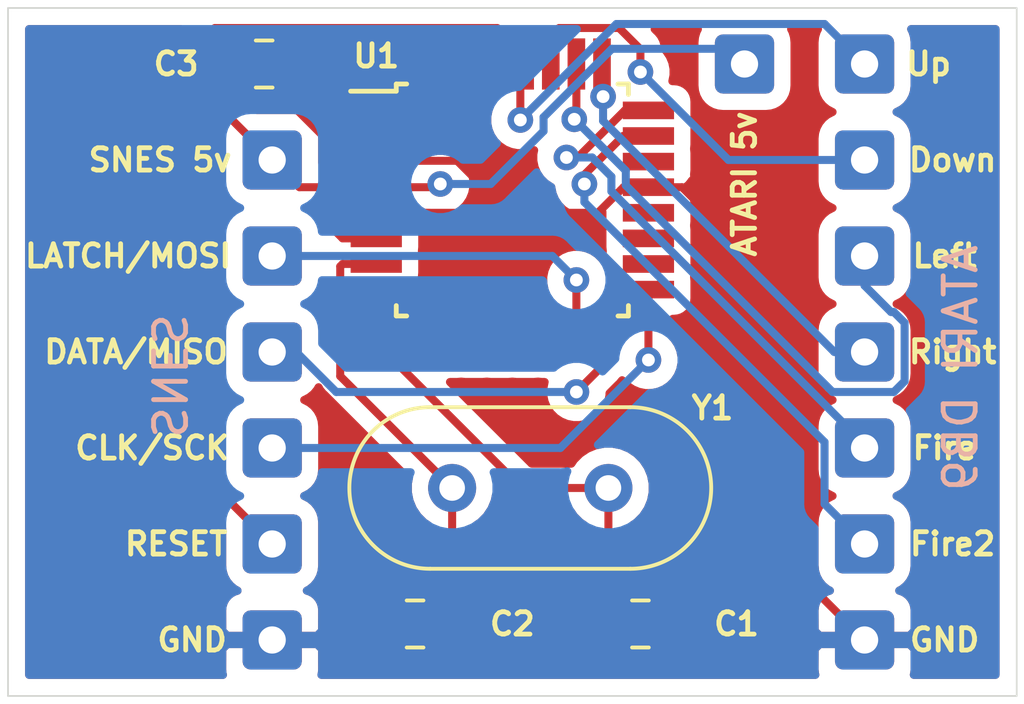
<source format=kicad_pcb>
(kicad_pcb (version 20171130) (host pcbnew 5.1.10-88a1d61d58~90~ubuntu20.04.1)

  (general
    (thickness 1.6)
    (drawings 6)
    (tracks 116)
    (zones 0)
    (modules 19)
    (nets 30)
  )

  (page A4)
  (layers
    (0 F.Cu signal)
    (31 B.Cu signal)
    (32 B.Adhes user)
    (33 F.Adhes user)
    (34 B.Paste user)
    (35 F.Paste user)
    (36 B.SilkS user)
    (37 F.SilkS user)
    (38 B.Mask user)
    (39 F.Mask user)
    (40 Dwgs.User user)
    (41 Cmts.User user)
    (42 Eco1.User user)
    (43 Eco2.User user)
    (44 Edge.Cuts user)
    (45 Margin user)
    (46 B.CrtYd user)
    (47 F.CrtYd user)
    (48 B.Fab user)
    (49 F.Fab user hide)
  )

  (setup
    (last_trace_width 0.25)
    (trace_clearance 0.2)
    (zone_clearance 0.508)
    (zone_45_only no)
    (trace_min 0.2)
    (via_size 0.8)
    (via_drill 0.4)
    (via_min_size 0.4)
    (via_min_drill 0.3)
    (uvia_size 0.3)
    (uvia_drill 0.1)
    (uvias_allowed no)
    (uvia_min_size 0.2)
    (uvia_min_drill 0.1)
    (edge_width 0.05)
    (segment_width 0.2)
    (pcb_text_width 0.3)
    (pcb_text_size 1.5 1.5)
    (mod_edge_width 0.12)
    (mod_text_size 1 1)
    (mod_text_width 0.15)
    (pad_size 1.524 1.524)
    (pad_drill 0.762)
    (pad_to_mask_clearance 0)
    (aux_axis_origin 0 0)
    (visible_elements FFFFFF7F)
    (pcbplotparams
      (layerselection 0x010fc_ffffffff)
      (usegerberextensions true)
      (usegerberattributes false)
      (usegerberadvancedattributes false)
      (creategerberjobfile false)
      (excludeedgelayer true)
      (linewidth 0.100000)
      (plotframeref false)
      (viasonmask false)
      (mode 1)
      (useauxorigin false)
      (hpglpennumber 1)
      (hpglpenspeed 20)
      (hpglpendiameter 15.000000)
      (psnegative false)
      (psa4output false)
      (plotreference true)
      (plotvalue true)
      (plotinvisibletext false)
      (padsonsilk false)
      (subtractmaskfromsilk true)
      (outputformat 1)
      (mirror false)
      (drillshape 0)
      (scaleselection 1)
      (outputdirectory "gerbers"))
  )

  (net 0 "")
  (net 1 GND)
  (net 2 "Net-(C1-Pad1)")
  (net 3 "Net-(C2-Pad1)")
  (net 4 +5V)
  (net 5 "Net-(J3-Pad1)")
  (net 6 "Net-(J4-Pad1)")
  (net 7 "Net-(J5-Pad1)")
  (net 8 "Net-(J6-Pad1)")
  (net 9 "Net-(J7-Pad1)")
  (net 10 "Net-(J8-Pad1)")
  (net 11 "Net-(J9-Pad1)")
  (net 12 "Net-(J10-Pad1)")
  (net 13 "Net-(J11-Pad1)")
  (net 14 "Net-(J12-Pad1)")
  (net 15 "Net-(U1-Pad32)")
  (net 16 "Net-(U1-Pad31)")
  (net 17 "Net-(U1-Pad30)")
  (net 18 "Net-(U1-Pad22)")
  (net 19 "Net-(U1-Pad20)")
  (net 20 "Net-(U1-Pad19)")
  (net 21 "Net-(U1-Pad18)")
  (net 22 "Net-(U1-Pad14)")
  (net 23 "Net-(U1-Pad13)")
  (net 24 "Net-(U1-Pad12)")
  (net 25 "Net-(U1-Pad11)")
  (net 26 "Net-(U1-Pad10)")
  (net 27 "Net-(U1-Pad9)")
  (net 28 "Net-(U1-Pad2)")
  (net 29 "Net-(U1-Pad1)")

  (net_class Default "This is the default net class."
    (clearance 0.2)
    (trace_width 0.25)
    (via_dia 0.8)
    (via_drill 0.4)
    (uvia_dia 0.3)
    (uvia_drill 0.1)
    (add_net +5V)
    (add_net GND)
    (add_net "Net-(C1-Pad1)")
    (add_net "Net-(C2-Pad1)")
    (add_net "Net-(J10-Pad1)")
    (add_net "Net-(J11-Pad1)")
    (add_net "Net-(J12-Pad1)")
    (add_net "Net-(J3-Pad1)")
    (add_net "Net-(J4-Pad1)")
    (add_net "Net-(J5-Pad1)")
    (add_net "Net-(J6-Pad1)")
    (add_net "Net-(J7-Pad1)")
    (add_net "Net-(J8-Pad1)")
    (add_net "Net-(J9-Pad1)")
    (add_net "Net-(U1-Pad1)")
    (add_net "Net-(U1-Pad10)")
    (add_net "Net-(U1-Pad11)")
    (add_net "Net-(U1-Pad12)")
    (add_net "Net-(U1-Pad13)")
    (add_net "Net-(U1-Pad14)")
    (add_net "Net-(U1-Pad18)")
    (add_net "Net-(U1-Pad19)")
    (add_net "Net-(U1-Pad2)")
    (add_net "Net-(U1-Pad20)")
    (add_net "Net-(U1-Pad22)")
    (add_net "Net-(U1-Pad30)")
    (add_net "Net-(U1-Pad31)")
    (add_net "Net-(U1-Pad32)")
    (add_net "Net-(U1-Pad9)")
  )

  (module Crystal:Crystal_HC49-U_Vertical (layer F.Cu) (tedit 5A1AD3B8) (tstamp 6142B4BA)
    (at 130.75 89.75 180)
    (descr "Crystal THT HC-49/U http://5hertz.com/pdfs/04404_D.pdf")
    (tags "THT crystalHC-49/U")
    (path /6143202E)
    (fp_text reference Y1 (at -3.25 2.5) (layer F.SilkS)
      (effects (font (size 0.7 0.7) (thickness 0.15)))
    )
    (fp_text value Crystal (at 2.44 3.525) (layer F.Fab)
      (effects (font (size 1 1) (thickness 0.15)))
    )
    (fp_line (start 8.4 -2.8) (end -3.5 -2.8) (layer F.CrtYd) (width 0.05))
    (fp_line (start 8.4 2.8) (end 8.4 -2.8) (layer F.CrtYd) (width 0.05))
    (fp_line (start -3.5 2.8) (end 8.4 2.8) (layer F.CrtYd) (width 0.05))
    (fp_line (start -3.5 -2.8) (end -3.5 2.8) (layer F.CrtYd) (width 0.05))
    (fp_line (start -0.685 2.525) (end 5.565 2.525) (layer F.SilkS) (width 0.12))
    (fp_line (start -0.685 -2.525) (end 5.565 -2.525) (layer F.SilkS) (width 0.12))
    (fp_line (start -0.56 2) (end 5.44 2) (layer F.Fab) (width 0.1))
    (fp_line (start -0.56 -2) (end 5.44 -2) (layer F.Fab) (width 0.1))
    (fp_line (start -0.685 2.325) (end 5.565 2.325) (layer F.Fab) (width 0.1))
    (fp_line (start -0.685 -2.325) (end 5.565 -2.325) (layer F.Fab) (width 0.1))
    (fp_arc (start 5.565 0) (end 5.565 -2.525) (angle 180) (layer F.SilkS) (width 0.12))
    (fp_arc (start -0.685 0) (end -0.685 -2.525) (angle -180) (layer F.SilkS) (width 0.12))
    (fp_arc (start 5.44 0) (end 5.44 -2) (angle 180) (layer F.Fab) (width 0.1))
    (fp_arc (start -0.56 0) (end -0.56 -2) (angle -180) (layer F.Fab) (width 0.1))
    (fp_arc (start 5.565 0) (end 5.565 -2.325) (angle 180) (layer F.Fab) (width 0.1))
    (fp_arc (start -0.685 0) (end -0.685 -2.325) (angle -180) (layer F.Fab) (width 0.1))
    (fp_text user %R (at 2.44 0) (layer F.Fab)
      (effects (font (size 1 1) (thickness 0.15)))
    )
    (pad 2 thru_hole circle (at 4.88 0 180) (size 1.5 1.5) (drill 0.8) (layers *.Cu *.Mask)
      (net 3 "Net-(C2-Pad1)"))
    (pad 1 thru_hole circle (at 0 0 180) (size 1.5 1.5) (drill 0.8) (layers *.Cu *.Mask)
      (net 2 "Net-(C1-Pad1)"))
    (model ${KISYS3DMOD}/Crystal.3dshapes/Crystal_HC49-U_Vertical.wrl
      (at (xyz 0 0 0))
      (scale (xyz 1 1 1))
      (rotate (xyz 0 0 0))
    )
  )

  (module Package_QFP:TQFP-32_7x7mm_P0.8mm (layer F.Cu) (tedit 5A02F146) (tstamp 61427A22)
    (at 127.75 80.75)
    (descr "32-Lead Plastic Thin Quad Flatpack (PT) - 7x7x1.0 mm Body, 2.00 mm [TQFP] (see Microchip Packaging Specification 00000049BS.pdf)")
    (tags "QFP 0.8")
    (path /61421C99)
    (attr smd)
    (fp_text reference U1 (at -4.25 -4.5) (layer F.SilkS)
      (effects (font (size 0.7 0.7) (thickness 0.15)))
    )
    (fp_text value ATmega328P-AU (at 0 6.05) (layer F.Fab)
      (effects (font (size 1 1) (thickness 0.15)))
    )
    (fp_line (start -3.625 -3.4) (end -5.05 -3.4) (layer F.SilkS) (width 0.15))
    (fp_line (start 3.625 -3.625) (end 3.3 -3.625) (layer F.SilkS) (width 0.15))
    (fp_line (start 3.625 3.625) (end 3.3 3.625) (layer F.SilkS) (width 0.15))
    (fp_line (start -3.625 3.625) (end -3.3 3.625) (layer F.SilkS) (width 0.15))
    (fp_line (start -3.625 -3.625) (end -3.3 -3.625) (layer F.SilkS) (width 0.15))
    (fp_line (start -3.625 3.625) (end -3.625 3.3) (layer F.SilkS) (width 0.15))
    (fp_line (start 3.625 3.625) (end 3.625 3.3) (layer F.SilkS) (width 0.15))
    (fp_line (start 3.625 -3.625) (end 3.625 -3.3) (layer F.SilkS) (width 0.15))
    (fp_line (start -3.625 -3.625) (end -3.625 -3.4) (layer F.SilkS) (width 0.15))
    (fp_line (start -5.3 5.3) (end 5.3 5.3) (layer F.CrtYd) (width 0.05))
    (fp_line (start -5.3 -5.3) (end 5.3 -5.3) (layer F.CrtYd) (width 0.05))
    (fp_line (start 5.3 -5.3) (end 5.3 5.3) (layer F.CrtYd) (width 0.05))
    (fp_line (start -5.3 -5.3) (end -5.3 5.3) (layer F.CrtYd) (width 0.05))
    (fp_line (start -3.5 -2.5) (end -2.5 -3.5) (layer F.Fab) (width 0.15))
    (fp_line (start -3.5 3.5) (end -3.5 -2.5) (layer F.Fab) (width 0.15))
    (fp_line (start 3.5 3.5) (end -3.5 3.5) (layer F.Fab) (width 0.15))
    (fp_line (start 3.5 -3.5) (end 3.5 3.5) (layer F.Fab) (width 0.15))
    (fp_line (start -2.5 -3.5) (end 3.5 -3.5) (layer F.Fab) (width 0.15))
    (fp_text user %R (at 0 0) (layer F.Fab)
      (effects (font (size 1 1) (thickness 0.15)))
    )
    (pad 32 smd rect (at -2.8 -4.25 90) (size 1.6 0.55) (layers F.Cu F.Paste F.Mask)
      (net 15 "Net-(U1-Pad32)"))
    (pad 31 smd rect (at -2 -4.25 90) (size 1.6 0.55) (layers F.Cu F.Paste F.Mask)
      (net 16 "Net-(U1-Pad31)"))
    (pad 30 smd rect (at -1.2 -4.25 90) (size 1.6 0.55) (layers F.Cu F.Paste F.Mask)
      (net 17 "Net-(U1-Pad30)"))
    (pad 29 smd rect (at -0.4 -4.25 90) (size 1.6 0.55) (layers F.Cu F.Paste F.Mask)
      (net 14 "Net-(J12-Pad1)"))
    (pad 28 smd rect (at 0.4 -4.25 90) (size 1.6 0.55) (layers F.Cu F.Paste F.Mask)
      (net 13 "Net-(J11-Pad1)"))
    (pad 27 smd rect (at 1.2 -4.25 90) (size 1.6 0.55) (layers F.Cu F.Paste F.Mask)
      (net 12 "Net-(J10-Pad1)"))
    (pad 26 smd rect (at 2 -4.25 90) (size 1.6 0.55) (layers F.Cu F.Paste F.Mask)
      (net 11 "Net-(J9-Pad1)"))
    (pad 25 smd rect (at 2.8 -4.25 90) (size 1.6 0.55) (layers F.Cu F.Paste F.Mask)
      (net 10 "Net-(J8-Pad1)"))
    (pad 24 smd rect (at 4.25 -2.8) (size 1.6 0.55) (layers F.Cu F.Paste F.Mask)
      (net 9 "Net-(J7-Pad1)"))
    (pad 23 smd rect (at 4.25 -2) (size 1.6 0.55) (layers F.Cu F.Paste F.Mask)
      (net 8 "Net-(J6-Pad1)"))
    (pad 22 smd rect (at 4.25 -1.2) (size 1.6 0.55) (layers F.Cu F.Paste F.Mask)
      (net 18 "Net-(U1-Pad22)"))
    (pad 21 smd rect (at 4.25 -0.4) (size 1.6 0.55) (layers F.Cu F.Paste F.Mask)
      (net 1 GND))
    (pad 20 smd rect (at 4.25 0.4) (size 1.6 0.55) (layers F.Cu F.Paste F.Mask)
      (net 19 "Net-(U1-Pad20)"))
    (pad 19 smd rect (at 4.25 1.2) (size 1.6 0.55) (layers F.Cu F.Paste F.Mask)
      (net 20 "Net-(U1-Pad19)"))
    (pad 18 smd rect (at 4.25 2) (size 1.6 0.55) (layers F.Cu F.Paste F.Mask)
      (net 21 "Net-(U1-Pad18)"))
    (pad 17 smd rect (at 4.25 2.8) (size 1.6 0.55) (layers F.Cu F.Paste F.Mask)
      (net 7 "Net-(J5-Pad1)"))
    (pad 16 smd rect (at 2.8 4.25 90) (size 1.6 0.55) (layers F.Cu F.Paste F.Mask)
      (net 6 "Net-(J4-Pad1)"))
    (pad 15 smd rect (at 2 4.25 90) (size 1.6 0.55) (layers F.Cu F.Paste F.Mask)
      (net 5 "Net-(J3-Pad1)"))
    (pad 14 smd rect (at 1.2 4.25 90) (size 1.6 0.55) (layers F.Cu F.Paste F.Mask)
      (net 22 "Net-(U1-Pad14)"))
    (pad 13 smd rect (at 0.4 4.25 90) (size 1.6 0.55) (layers F.Cu F.Paste F.Mask)
      (net 23 "Net-(U1-Pad13)"))
    (pad 12 smd rect (at -0.4 4.25 90) (size 1.6 0.55) (layers F.Cu F.Paste F.Mask)
      (net 24 "Net-(U1-Pad12)"))
    (pad 11 smd rect (at -1.2 4.25 90) (size 1.6 0.55) (layers F.Cu F.Paste F.Mask)
      (net 25 "Net-(U1-Pad11)"))
    (pad 10 smd rect (at -2 4.25 90) (size 1.6 0.55) (layers F.Cu F.Paste F.Mask)
      (net 26 "Net-(U1-Pad10)"))
    (pad 9 smd rect (at -2.8 4.25 90) (size 1.6 0.55) (layers F.Cu F.Paste F.Mask)
      (net 27 "Net-(U1-Pad9)"))
    (pad 8 smd rect (at -4.25 2.8) (size 1.6 0.55) (layers F.Cu F.Paste F.Mask)
      (net 2 "Net-(C1-Pad1)"))
    (pad 7 smd rect (at -4.25 2) (size 1.6 0.55) (layers F.Cu F.Paste F.Mask)
      (net 3 "Net-(C2-Pad1)"))
    (pad 6 smd rect (at -4.25 1.2) (size 1.6 0.55) (layers F.Cu F.Paste F.Mask)
      (net 4 +5V))
    (pad 5 smd rect (at -4.25 0.4) (size 1.6 0.55) (layers F.Cu F.Paste F.Mask)
      (net 1 GND))
    (pad 4 smd rect (at -4.25 -0.4) (size 1.6 0.55) (layers F.Cu F.Paste F.Mask)
      (net 4 +5V))
    (pad 3 smd rect (at -4.25 -1.2) (size 1.6 0.55) (layers F.Cu F.Paste F.Mask)
      (net 1 GND))
    (pad 2 smd rect (at -4.25 -2) (size 1.6 0.55) (layers F.Cu F.Paste F.Mask)
      (net 28 "Net-(U1-Pad2)"))
    (pad 1 smd rect (at -4.25 -2.8) (size 1.6 0.55) (layers F.Cu F.Paste F.Mask)
      (net 29 "Net-(U1-Pad1)"))
    (model ${KISYS3DMOD}/Package_QFP.3dshapes/TQFP-32_7x7mm_P0.8mm.wrl
      (at (xyz 0 0 0))
      (scale (xyz 1 1 1))
      (rotate (xyz 0 0 0))
    )
  )

  (module Connector_Wire:SolderWire-0.25sqmm_1x01_D0.65mm_OD1.7mm (layer F.Cu) (tedit 5EB70B43) (tstamp 614279EB)
    (at 120.25 94.5)
    (descr "Soldered wire connection, for a single 0.25 mm² wire, basic insulation, conductor diameter 0.65mm, outer diameter 1.7mm, size source Multi-Contact FLEXI-E_0.25 (https://ec.staubli.com/AcroFiles/Catalogues/TM_Cab-Main-11014119_(en)_hi.pdf), bend radius 3 times outer diameter, generated with kicad-footprint-generator")
    (tags "connector wire 0.25sqmm")
    (path /61472F3E)
    (attr virtual)
    (fp_text reference J14 (at 0 -2.12) (layer F.SilkS) hide
      (effects (font (size 1 1) (thickness 0.15)))
    )
    (fp_text value GND (at -2.5 0) (layer F.SilkS)
      (effects (font (size 0.7 0.7) (thickness 0.15)))
    )
    (fp_line (start 1.6 -1.42) (end -1.6 -1.42) (layer F.CrtYd) (width 0.05))
    (fp_line (start 1.6 1.42) (end 1.6 -1.42) (layer F.CrtYd) (width 0.05))
    (fp_line (start -1.6 1.42) (end 1.6 1.42) (layer F.CrtYd) (width 0.05))
    (fp_line (start -1.6 -1.42) (end -1.6 1.42) (layer F.CrtYd) (width 0.05))
    (fp_circle (center 0 0) (end 0.85 0) (layer F.Fab) (width 0.1))
    (fp_text user %R (at 0 0) (layer F.Fab)
      (effects (font (size 0.42 0.42) (thickness 0.06)))
    )
    (pad 1 thru_hole roundrect (at 0 0) (size 1.85 1.85) (drill 0.85) (layers *.Cu *.Mask) (roundrect_rratio 0.1351345945945946)
      (net 1 GND))
    (model ${KISYS3DMOD}/Connector_Wire.3dshapes/SolderWire-0.25sqmm_1x01_D0.65mm_OD1.7mm.wrl
      (at (xyz 0 0 0))
      (scale (xyz 1 1 1))
      (rotate (xyz 0 0 0))
    )
  )

  (module Connector_Wire:SolderWire-0.25sqmm_1x01_D0.65mm_OD1.7mm (layer F.Cu) (tedit 5EB70B43) (tstamp 6142BAE2)
    (at 138.75 94.5)
    (descr "Soldered wire connection, for a single 0.25 mm² wire, basic insulation, conductor diameter 0.65mm, outer diameter 1.7mm, size source Multi-Contact FLEXI-E_0.25 (https://ec.staubli.com/AcroFiles/Catalogues/TM_Cab-Main-11014119_(en)_hi.pdf), bend radius 3 times outer diameter, generated with kicad-footprint-generator")
    (tags "connector wire 0.25sqmm")
    (path /61445C28)
    (attr virtual)
    (fp_text reference J13 (at 0 -2.12) (layer F.SilkS) hide
      (effects (font (size 1 1) (thickness 0.15)))
    )
    (fp_text value GND (at 2.5 0) (layer F.SilkS)
      (effects (font (size 0.7 0.7) (thickness 0.15)))
    )
    (fp_line (start 1.6 -1.42) (end -1.6 -1.42) (layer F.CrtYd) (width 0.05))
    (fp_line (start 1.6 1.42) (end 1.6 -1.42) (layer F.CrtYd) (width 0.05))
    (fp_line (start -1.6 1.42) (end 1.6 1.42) (layer F.CrtYd) (width 0.05))
    (fp_line (start -1.6 -1.42) (end -1.6 1.42) (layer F.CrtYd) (width 0.05))
    (fp_circle (center 0 0) (end 0.85 0) (layer F.Fab) (width 0.1))
    (fp_text user %R (at 0 0) (layer F.Fab)
      (effects (font (size 0.42 0.42) (thickness 0.06)))
    )
    (pad 1 thru_hole roundrect (at 0 0) (size 1.85 1.85) (drill 0.85) (layers *.Cu *.Mask) (roundrect_rratio 0.1351345945945946)
      (net 1 GND))
    (model ${KISYS3DMOD}/Connector_Wire.3dshapes/SolderWire-0.25sqmm_1x01_D0.65mm_OD1.7mm.wrl
      (at (xyz 0 0 0))
      (scale (xyz 1 1 1))
      (rotate (xyz 0 0 0))
    )
  )

  (module Connector_Wire:SolderWire-0.25sqmm_1x01_D0.65mm_OD1.7mm (layer F.Cu) (tedit 5EB70B43) (tstamp 614279D5)
    (at 120.25 91.5)
    (descr "Soldered wire connection, for a single 0.25 mm² wire, basic insulation, conductor diameter 0.65mm, outer diameter 1.7mm, size source Multi-Contact FLEXI-E_0.25 (https://ec.staubli.com/AcroFiles/Catalogues/TM_Cab-Main-11014119_(en)_hi.pdf), bend radius 3 times outer diameter, generated with kicad-footprint-generator")
    (tags "connector wire 0.25sqmm")
    (path /61442840)
    (attr virtual)
    (fp_text reference J12 (at 0 -2.12) (layer F.SilkS) hide
      (effects (font (size 1 1) (thickness 0.15)))
    )
    (fp_text value RESET (at -3 0) (layer F.SilkS)
      (effects (font (size 0.7 0.7) (thickness 0.15)))
    )
    (fp_line (start 1.6 -1.42) (end -1.6 -1.42) (layer F.CrtYd) (width 0.05))
    (fp_line (start 1.6 1.42) (end 1.6 -1.42) (layer F.CrtYd) (width 0.05))
    (fp_line (start -1.6 1.42) (end 1.6 1.42) (layer F.CrtYd) (width 0.05))
    (fp_line (start -1.6 -1.42) (end -1.6 1.42) (layer F.CrtYd) (width 0.05))
    (fp_circle (center 0 0) (end 0.85 0) (layer F.Fab) (width 0.1))
    (fp_text user %R (at 0 0) (layer F.Fab)
      (effects (font (size 0.42 0.42) (thickness 0.06)))
    )
    (pad 1 thru_hole roundrect (at 0 0) (size 1.85 1.85) (drill 0.85) (layers *.Cu *.Mask) (roundrect_rratio 0.1351345945945946)
      (net 14 "Net-(J12-Pad1)"))
    (model ${KISYS3DMOD}/Connector_Wire.3dshapes/SolderWire-0.25sqmm_1x01_D0.65mm_OD1.7mm.wrl
      (at (xyz 0 0 0))
      (scale (xyz 1 1 1))
      (rotate (xyz 0 0 0))
    )
  )

  (module Connector_Wire:SolderWire-0.25sqmm_1x01_D0.65mm_OD1.7mm (layer F.Cu) (tedit 5EB70B43) (tstamp 6142BB3C)
    (at 138.75 76.5)
    (descr "Soldered wire connection, for a single 0.25 mm² wire, basic insulation, conductor diameter 0.65mm, outer diameter 1.7mm, size source Multi-Contact FLEXI-E_0.25 (https://ec.staubli.com/AcroFiles/Catalogues/TM_Cab-Main-11014119_(en)_hi.pdf), bend radius 3 times outer diameter, generated with kicad-footprint-generator")
    (tags "connector wire 0.25sqmm")
    (path /61427AF4)
    (attr virtual)
    (fp_text reference J11 (at 0 -2.12) (layer F.SilkS) hide
      (effects (font (size 1 1) (thickness 0.15)))
    )
    (fp_text value Up (at 2 0) (layer F.SilkS)
      (effects (font (size 0.7 0.7) (thickness 0.15)))
    )
    (fp_line (start 1.6 -1.42) (end -1.6 -1.42) (layer F.CrtYd) (width 0.05))
    (fp_line (start 1.6 1.42) (end 1.6 -1.42) (layer F.CrtYd) (width 0.05))
    (fp_line (start -1.6 1.42) (end 1.6 1.42) (layer F.CrtYd) (width 0.05))
    (fp_line (start -1.6 -1.42) (end -1.6 1.42) (layer F.CrtYd) (width 0.05))
    (fp_circle (center 0 0) (end 0.85 0) (layer F.Fab) (width 0.1))
    (fp_text user %R (at 0 0) (layer F.Fab)
      (effects (font (size 0.42 0.42) (thickness 0.06)))
    )
    (pad 1 thru_hole roundrect (at 0 0) (size 1.85 1.85) (drill 0.85) (layers *.Cu *.Mask) (roundrect_rratio 0.1351345945945946)
      (net 13 "Net-(J11-Pad1)"))
    (model ${KISYS3DMOD}/Connector_Wire.3dshapes/SolderWire-0.25sqmm_1x01_D0.65mm_OD1.7mm.wrl
      (at (xyz 0 0 0))
      (scale (xyz 1 1 1))
      (rotate (xyz 0 0 0))
    )
  )

  (module Connector_Wire:SolderWire-0.25sqmm_1x01_D0.65mm_OD1.7mm (layer F.Cu) (tedit 5EB70B43) (tstamp 6142BAA0)
    (at 138.75 79.5)
    (descr "Soldered wire connection, for a single 0.25 mm² wire, basic insulation, conductor diameter 0.65mm, outer diameter 1.7mm, size source Multi-Contact FLEXI-E_0.25 (https://ec.staubli.com/AcroFiles/Catalogues/TM_Cab-Main-11014119_(en)_hi.pdf), bend radius 3 times outer diameter, generated with kicad-footprint-generator")
    (tags "connector wire 0.25sqmm")
    (path /614277E5)
    (attr virtual)
    (fp_text reference J10 (at 3 0) (layer F.SilkS) hide
      (effects (font (size 1 1) (thickness 0.15)))
    )
    (fp_text value Down (at 2.75 0) (layer F.SilkS)
      (effects (font (size 0.7 0.7) (thickness 0.15)))
    )
    (fp_line (start 1.6 -1.42) (end -1.6 -1.42) (layer F.CrtYd) (width 0.05))
    (fp_line (start 1.6 1.42) (end 1.6 -1.42) (layer F.CrtYd) (width 0.05))
    (fp_line (start -1.6 1.42) (end 1.6 1.42) (layer F.CrtYd) (width 0.05))
    (fp_line (start -1.6 -1.42) (end -1.6 1.42) (layer F.CrtYd) (width 0.05))
    (fp_circle (center 0 0) (end 0.85 0) (layer F.Fab) (width 0.1))
    (fp_text user %R (at 0 0) (layer F.Fab)
      (effects (font (size 0.42 0.42) (thickness 0.06)))
    )
    (pad 1 thru_hole roundrect (at 0 0) (size 1.85 1.85) (drill 0.85) (layers *.Cu *.Mask) (roundrect_rratio 0.1351345945945946)
      (net 12 "Net-(J10-Pad1)"))
    (model ${KISYS3DMOD}/Connector_Wire.3dshapes/SolderWire-0.25sqmm_1x01_D0.65mm_OD1.7mm.wrl
      (at (xyz 0 0 0))
      (scale (xyz 1 1 1))
      (rotate (xyz 0 0 0))
    )
  )

  (module Connector_Wire:SolderWire-0.25sqmm_1x01_D0.65mm_OD1.7mm (layer F.Cu) (tedit 5EB70B43) (tstamp 6142BB1E)
    (at 138.75 82.5)
    (descr "Soldered wire connection, for a single 0.25 mm² wire, basic insulation, conductor diameter 0.65mm, outer diameter 1.7mm, size source Multi-Contact FLEXI-E_0.25 (https://ec.staubli.com/AcroFiles/Catalogues/TM_Cab-Main-11014119_(en)_hi.pdf), bend radius 3 times outer diameter, generated with kicad-footprint-generator")
    (tags "connector wire 0.25sqmm")
    (path /61427440)
    (attr virtual)
    (fp_text reference J9 (at 0 -2.12) (layer F.SilkS) hide
      (effects (font (size 1 1) (thickness 0.15)))
    )
    (fp_text value Left (at 2.5 0) (layer F.SilkS)
      (effects (font (size 0.7 0.7) (thickness 0.15)))
    )
    (fp_line (start 1.6 -1.42) (end -1.6 -1.42) (layer F.CrtYd) (width 0.05))
    (fp_line (start 1.6 1.42) (end 1.6 -1.42) (layer F.CrtYd) (width 0.05))
    (fp_line (start -1.6 1.42) (end 1.6 1.42) (layer F.CrtYd) (width 0.05))
    (fp_line (start -1.6 -1.42) (end -1.6 1.42) (layer F.CrtYd) (width 0.05))
    (fp_circle (center 0 0) (end 0.85 0) (layer F.Fab) (width 0.1))
    (fp_text user %R (at 0 0) (layer F.Fab)
      (effects (font (size 0.42 0.42) (thickness 0.06)))
    )
    (pad 1 thru_hole roundrect (at 0 0) (size 1.85 1.85) (drill 0.85) (layers *.Cu *.Mask) (roundrect_rratio 0.1351345945945946)
      (net 11 "Net-(J9-Pad1)"))
    (model ${KISYS3DMOD}/Connector_Wire.3dshapes/SolderWire-0.25sqmm_1x01_D0.65mm_OD1.7mm.wrl
      (at (xyz 0 0 0))
      (scale (xyz 1 1 1))
      (rotate (xyz 0 0 0))
    )
  )

  (module Connector_Wire:SolderWire-0.25sqmm_1x01_D0.65mm_OD1.7mm (layer F.Cu) (tedit 5EB70B43) (tstamp 6142BB00)
    (at 138.75 85.5)
    (descr "Soldered wire connection, for a single 0.25 mm² wire, basic insulation, conductor diameter 0.65mm, outer diameter 1.7mm, size source Multi-Contact FLEXI-E_0.25 (https://ec.staubli.com/AcroFiles/Catalogues/TM_Cab-Main-11014119_(en)_hi.pdf), bend radius 3 times outer diameter, generated with kicad-footprint-generator")
    (tags "connector wire 0.25sqmm")
    (path /61426E5E)
    (attr virtual)
    (fp_text reference J8 (at 2.75 -0.25) (layer F.SilkS) hide
      (effects (font (size 1 1) (thickness 0.15)))
    )
    (fp_text value Right (at 2.75 0) (layer F.SilkS)
      (effects (font (size 0.7 0.7) (thickness 0.15)))
    )
    (fp_line (start 1.6 -1.42) (end -1.6 -1.42) (layer F.CrtYd) (width 0.05))
    (fp_line (start 1.6 1.42) (end 1.6 -1.42) (layer F.CrtYd) (width 0.05))
    (fp_line (start -1.6 1.42) (end 1.6 1.42) (layer F.CrtYd) (width 0.05))
    (fp_line (start -1.6 -1.42) (end -1.6 1.42) (layer F.CrtYd) (width 0.05))
    (fp_circle (center 0 0) (end 0.85 0) (layer F.Fab) (width 0.1))
    (fp_text user %R (at 0 0) (layer F.Fab)
      (effects (font (size 0.42 0.42) (thickness 0.06)))
    )
    (pad 1 thru_hole roundrect (at 0 0) (size 1.85 1.85) (drill 0.85) (layers *.Cu *.Mask) (roundrect_rratio 0.1351345945945946)
      (net 10 "Net-(J8-Pad1)"))
    (model ${KISYS3DMOD}/Connector_Wire.3dshapes/SolderWire-0.25sqmm_1x01_D0.65mm_OD1.7mm.wrl
      (at (xyz 0 0 0))
      (scale (xyz 1 1 1))
      (rotate (xyz 0 0 0))
    )
  )

  (module Connector_Wire:SolderWire-0.25sqmm_1x01_D0.65mm_OD1.7mm (layer F.Cu) (tedit 5EB70B43) (tstamp 6142BA82)
    (at 138.75 88.5)
    (descr "Soldered wire connection, for a single 0.25 mm² wire, basic insulation, conductor diameter 0.65mm, outer diameter 1.7mm, size source Multi-Contact FLEXI-E_0.25 (https://ec.staubli.com/AcroFiles/Catalogues/TM_Cab-Main-11014119_(en)_hi.pdf), bend radius 3 times outer diameter, generated with kicad-footprint-generator")
    (tags "connector wire 0.25sqmm")
    (path /61426700)
    (attr virtual)
    (fp_text reference J7 (at 0 -2.12) (layer F.SilkS) hide
      (effects (font (size 1 1) (thickness 0.15)))
    )
    (fp_text value Fire (at 2.5 0) (layer F.SilkS)
      (effects (font (size 0.7 0.7) (thickness 0.15)))
    )
    (fp_line (start 1.6 -1.42) (end -1.6 -1.42) (layer F.CrtYd) (width 0.05))
    (fp_line (start 1.6 1.42) (end 1.6 -1.42) (layer F.CrtYd) (width 0.05))
    (fp_line (start -1.6 1.42) (end 1.6 1.42) (layer F.CrtYd) (width 0.05))
    (fp_line (start -1.6 -1.42) (end -1.6 1.42) (layer F.CrtYd) (width 0.05))
    (fp_circle (center 0 0) (end 0.85 0) (layer F.Fab) (width 0.1))
    (fp_text user %R (at 0 0) (layer F.Fab)
      (effects (font (size 0.42 0.42) (thickness 0.06)))
    )
    (pad 1 thru_hole roundrect (at 0 0) (size 1.85 1.85) (drill 0.85) (layers *.Cu *.Mask) (roundrect_rratio 0.1351345945945946)
      (net 9 "Net-(J7-Pad1)"))
    (model ${KISYS3DMOD}/Connector_Wire.3dshapes/SolderWire-0.25sqmm_1x01_D0.65mm_OD1.7mm.wrl
      (at (xyz 0 0 0))
      (scale (xyz 1 1 1))
      (rotate (xyz 0 0 0))
    )
  )

  (module Connector_Wire:SolderWire-0.25sqmm_1x01_D0.65mm_OD1.7mm (layer F.Cu) (tedit 5EB70B43) (tstamp 6142BAC1)
    (at 138.75 91.5)
    (descr "Soldered wire connection, for a single 0.25 mm² wire, basic insulation, conductor diameter 0.65mm, outer diameter 1.7mm, size source Multi-Contact FLEXI-E_0.25 (https://ec.staubli.com/AcroFiles/Catalogues/TM_Cab-Main-11014119_(en)_hi.pdf), bend radius 3 times outer diameter, generated with kicad-footprint-generator")
    (tags "connector wire 0.25sqmm")
    (path /6142611F)
    (attr virtual)
    (fp_text reference J6 (at 2.75 0) (layer F.SilkS) hide
      (effects (font (size 1 1) (thickness 0.15)))
    )
    (fp_text value Fire2 (at 2.75 0) (layer F.SilkS)
      (effects (font (size 0.7 0.7) (thickness 0.15)))
    )
    (fp_line (start 1.6 -1.42) (end -1.6 -1.42) (layer F.CrtYd) (width 0.05))
    (fp_line (start 1.6 1.42) (end 1.6 -1.42) (layer F.CrtYd) (width 0.05))
    (fp_line (start -1.6 1.42) (end 1.6 1.42) (layer F.CrtYd) (width 0.05))
    (fp_line (start -1.6 -1.42) (end -1.6 1.42) (layer F.CrtYd) (width 0.05))
    (fp_circle (center 0 0) (end 0.85 0) (layer F.Fab) (width 0.1))
    (fp_text user %R (at 0 0) (layer F.Fab)
      (effects (font (size 0.42 0.42) (thickness 0.06)))
    )
    (pad 1 thru_hole roundrect (at 0 0) (size 1.85 1.85) (drill 0.85) (layers *.Cu *.Mask) (roundrect_rratio 0.1351345945945946)
      (net 8 "Net-(J6-Pad1)"))
    (model ${KISYS3DMOD}/Connector_Wire.3dshapes/SolderWire-0.25sqmm_1x01_D0.65mm_OD1.7mm.wrl
      (at (xyz 0 0 0))
      (scale (xyz 1 1 1))
      (rotate (xyz 0 0 0))
    )
  )

  (module Connector_Wire:SolderWire-0.25sqmm_1x01_D0.65mm_OD1.7mm (layer F.Cu) (tedit 5EB70B43) (tstamp 61427988)
    (at 120.25 88.5)
    (descr "Soldered wire connection, for a single 0.25 mm² wire, basic insulation, conductor diameter 0.65mm, outer diameter 1.7mm, size source Multi-Contact FLEXI-E_0.25 (https://ec.staubli.com/AcroFiles/Catalogues/TM_Cab-Main-11014119_(en)_hi.pdf), bend radius 3 times outer diameter, generated with kicad-footprint-generator")
    (tags "connector wire 0.25sqmm")
    (path /61427E83)
    (attr virtual)
    (fp_text reference J5 (at 0 -2.12) (layer F.SilkS) hide
      (effects (font (size 1 1) (thickness 0.15)))
    )
    (fp_text value CLK/SCK (at -3.75 0) (layer F.SilkS)
      (effects (font (size 0.7 0.7) (thickness 0.15)))
    )
    (fp_line (start 1.6 -1.42) (end -1.6 -1.42) (layer F.CrtYd) (width 0.05))
    (fp_line (start 1.6 1.42) (end 1.6 -1.42) (layer F.CrtYd) (width 0.05))
    (fp_line (start -1.6 1.42) (end 1.6 1.42) (layer F.CrtYd) (width 0.05))
    (fp_line (start -1.6 -1.42) (end -1.6 1.42) (layer F.CrtYd) (width 0.05))
    (fp_circle (center 0 0) (end 0.85 0) (layer F.Fab) (width 0.1))
    (fp_text user %R (at 0 0) (layer F.Fab)
      (effects (font (size 0.42 0.42) (thickness 0.06)))
    )
    (pad 1 thru_hole roundrect (at 0 0) (size 1.85 1.85) (drill 0.85) (layers *.Cu *.Mask) (roundrect_rratio 0.1351345945945946)
      (net 7 "Net-(J5-Pad1)"))
    (model ${KISYS3DMOD}/Connector_Wire.3dshapes/SolderWire-0.25sqmm_1x01_D0.65mm_OD1.7mm.wrl
      (at (xyz 0 0 0))
      (scale (xyz 1 1 1))
      (rotate (xyz 0 0 0))
    )
  )

  (module Connector_Wire:SolderWire-0.25sqmm_1x01_D0.65mm_OD1.7mm (layer F.Cu) (tedit 5EB70B43) (tstamp 6142797D)
    (at 120.25 85.5)
    (descr "Soldered wire connection, for a single 0.25 mm² wire, basic insulation, conductor diameter 0.65mm, outer diameter 1.7mm, size source Multi-Contact FLEXI-E_0.25 (https://ec.staubli.com/AcroFiles/Catalogues/TM_Cab-Main-11014119_(en)_hi.pdf), bend radius 3 times outer diameter, generated with kicad-footprint-generator")
    (tags "connector wire 0.25sqmm")
    (path /61428192)
    (attr virtual)
    (fp_text reference J4 (at 0 -2.12) (layer F.SilkS) hide
      (effects (font (size 1 1) (thickness 0.15)))
    )
    (fp_text value DATA/MISO (at -4.25 0) (layer F.SilkS)
      (effects (font (size 0.7 0.7) (thickness 0.15)))
    )
    (fp_line (start 1.6 -1.42) (end -1.6 -1.42) (layer F.CrtYd) (width 0.05))
    (fp_line (start 1.6 1.42) (end 1.6 -1.42) (layer F.CrtYd) (width 0.05))
    (fp_line (start -1.6 1.42) (end 1.6 1.42) (layer F.CrtYd) (width 0.05))
    (fp_line (start -1.6 -1.42) (end -1.6 1.42) (layer F.CrtYd) (width 0.05))
    (fp_circle (center 0 0) (end 0.85 0) (layer F.Fab) (width 0.1))
    (fp_text user %R (at 0 0) (layer F.Fab)
      (effects (font (size 0.42 0.42) (thickness 0.06)))
    )
    (pad 1 thru_hole roundrect (at 0 0) (size 1.85 1.85) (drill 0.85) (layers *.Cu *.Mask) (roundrect_rratio 0.1351345945945946)
      (net 6 "Net-(J4-Pad1)"))
    (model ${KISYS3DMOD}/Connector_Wire.3dshapes/SolderWire-0.25sqmm_1x01_D0.65mm_OD1.7mm.wrl
      (at (xyz 0 0 0))
      (scale (xyz 1 1 1))
      (rotate (xyz 0 0 0))
    )
  )

  (module Connector_Wire:SolderWire-0.25sqmm_1x01_D0.65mm_OD1.7mm (layer F.Cu) (tedit 5EB70B43) (tstamp 61427972)
    (at 120.25 82.5)
    (descr "Soldered wire connection, for a single 0.25 mm² wire, basic insulation, conductor diameter 0.65mm, outer diameter 1.7mm, size source Multi-Contact FLEXI-E_0.25 (https://ec.staubli.com/AcroFiles/Catalogues/TM_Cab-Main-11014119_(en)_hi.pdf), bend radius 3 times outer diameter, generated with kicad-footprint-generator")
    (tags "connector wire 0.25sqmm")
    (path /6142856A)
    (attr virtual)
    (fp_text reference J3 (at 0 -2.12) (layer F.SilkS) hide
      (effects (font (size 1 1) (thickness 0.15)))
    )
    (fp_text value LATCH/MOSI (at -4.5 0) (layer F.SilkS)
      (effects (font (size 0.7 0.7) (thickness 0.15)))
    )
    (fp_line (start 1.6 -1.42) (end -1.6 -1.42) (layer F.CrtYd) (width 0.05))
    (fp_line (start 1.6 1.42) (end 1.6 -1.42) (layer F.CrtYd) (width 0.05))
    (fp_line (start -1.6 1.42) (end 1.6 1.42) (layer F.CrtYd) (width 0.05))
    (fp_line (start -1.6 -1.42) (end -1.6 1.42) (layer F.CrtYd) (width 0.05))
    (fp_circle (center 0 0) (end 0.85 0) (layer F.Fab) (width 0.1))
    (fp_text user %R (at 0 0) (layer F.Fab)
      (effects (font (size 0.42 0.42) (thickness 0.06)))
    )
    (pad 1 thru_hole roundrect (at 0 0) (size 1.85 1.85) (drill 0.85) (layers *.Cu *.Mask) (roundrect_rratio 0.1351345945945946)
      (net 5 "Net-(J3-Pad1)"))
    (model ${KISYS3DMOD}/Connector_Wire.3dshapes/SolderWire-0.25sqmm_1x01_D0.65mm_OD1.7mm.wrl
      (at (xyz 0 0 0))
      (scale (xyz 1 1 1))
      (rotate (xyz 0 0 0))
    )
  )

  (module Connector_Wire:SolderWire-0.25sqmm_1x01_D0.65mm_OD1.7mm (layer F.Cu) (tedit 5EB70B43) (tstamp 61429D21)
    (at 120.25 79.5)
    (descr "Soldered wire connection, for a single 0.25 mm² wire, basic insulation, conductor diameter 0.65mm, outer diameter 1.7mm, size source Multi-Contact FLEXI-E_0.25 (https://ec.staubli.com/AcroFiles/Catalogues/TM_Cab-Main-11014119_(en)_hi.pdf), bend radius 3 times outer diameter, generated with kicad-footprint-generator")
    (tags "connector wire 0.25sqmm")
    (path /61470884)
    (attr virtual)
    (fp_text reference J2 (at 0 -2.12) (layer F.SilkS) hide
      (effects (font (size 1 1) (thickness 0.15)))
    )
    (fp_text value "SNES 5v" (at -3.5 0) (layer F.SilkS)
      (effects (font (size 0.7 0.7) (thickness 0.15)))
    )
    (fp_line (start 1.6 -1.42) (end -1.6 -1.42) (layer F.CrtYd) (width 0.05))
    (fp_line (start 1.6 1.42) (end 1.6 -1.42) (layer F.CrtYd) (width 0.05))
    (fp_line (start -1.6 1.42) (end 1.6 1.42) (layer F.CrtYd) (width 0.05))
    (fp_line (start -1.6 -1.42) (end -1.6 1.42) (layer F.CrtYd) (width 0.05))
    (fp_circle (center 0 0) (end 0.85 0) (layer F.Fab) (width 0.1))
    (fp_text user %R (at 0 0) (layer F.Fab)
      (effects (font (size 0.42 0.42) (thickness 0.06)))
    )
    (pad 1 thru_hole roundrect (at 0 0) (size 1.85 1.85) (drill 0.85) (layers *.Cu *.Mask) (roundrect_rratio 0.1351345945945946)
      (net 4 +5V))
    (model ${KISYS3DMOD}/Connector_Wire.3dshapes/SolderWire-0.25sqmm_1x01_D0.65mm_OD1.7mm.wrl
      (at (xyz 0 0 0))
      (scale (xyz 1 1 1))
      (rotate (xyz 0 0 0))
    )
  )

  (module Connector_Wire:SolderWire-0.25sqmm_1x01_D0.65mm_OD1.7mm (layer F.Cu) (tedit 5EB70B43) (tstamp 6142795C)
    (at 135 76.5)
    (descr "Soldered wire connection, for a single 0.25 mm² wire, basic insulation, conductor diameter 0.65mm, outer diameter 1.7mm, size source Multi-Contact FLEXI-E_0.25 (https://ec.staubli.com/AcroFiles/Catalogues/TM_Cab-Main-11014119_(en)_hi.pdf), bend radius 3 times outer diameter, generated with kicad-footprint-generator")
    (tags "connector wire 0.25sqmm")
    (path /614568D9)
    (attr virtual)
    (fp_text reference J1 (at 0 -2.12) (layer F.SilkS) hide
      (effects (font (size 1 1) (thickness 0.15)))
    )
    (fp_text value "ATARI 5v" (at 0 3.75 90) (layer F.SilkS)
      (effects (font (size 0.7 0.7) (thickness 0.15)))
    )
    (fp_line (start 1.6 -1.42) (end -1.6 -1.42) (layer F.CrtYd) (width 0.05))
    (fp_line (start 1.6 1.42) (end 1.6 -1.42) (layer F.CrtYd) (width 0.05))
    (fp_line (start -1.6 1.42) (end 1.6 1.42) (layer F.CrtYd) (width 0.05))
    (fp_line (start -1.6 -1.42) (end -1.6 1.42) (layer F.CrtYd) (width 0.05))
    (fp_circle (center 0 0) (end 0.85 0) (layer F.Fab) (width 0.1))
    (fp_text user %R (at 0 0) (layer F.Fab)
      (effects (font (size 0.42 0.42) (thickness 0.06)))
    )
    (pad 1 thru_hole roundrect (at 0 0) (size 1.85 1.85) (drill 0.85) (layers *.Cu *.Mask) (roundrect_rratio 0.1351345945945946)
      (net 4 +5V))
    (model ${KISYS3DMOD}/Connector_Wire.3dshapes/SolderWire-0.25sqmm_1x01_D0.65mm_OD1.7mm.wrl
      (at (xyz 0 0 0))
      (scale (xyz 1 1 1))
      (rotate (xyz 0 0 0))
    )
  )

  (module Capacitor_SMD:C_0805_2012Metric_Pad1.18x1.45mm_HandSolder (layer F.Cu) (tedit 5F68FEEF) (tstamp 61427951)
    (at 120 76.5)
    (descr "Capacitor SMD 0805 (2012 Metric), square (rectangular) end terminal, IPC_7351 nominal with elongated pad for handsoldering. (Body size source: IPC-SM-782 page 76, https://www.pcb-3d.com/wordpress/wp-content/uploads/ipc-sm-782a_amendment_1_and_2.pdf, https://docs.google.com/spreadsheets/d/1BsfQQcO9C6DZCsRaXUlFlo91Tg2WpOkGARC1WS5S8t0/edit?usp=sharing), generated with kicad-footprint-generator")
    (tags "capacitor handsolder")
    (path /6144F628)
    (attr smd)
    (fp_text reference C3 (at -2.75 0) (layer F.SilkS)
      (effects (font (size 0.7 0.7) (thickness 0.15)))
    )
    (fp_text value 1uF (at 0 1.68) (layer F.Fab)
      (effects (font (size 1 1) (thickness 0.15)))
    )
    (fp_line (start 1.88 0.98) (end -1.88 0.98) (layer F.CrtYd) (width 0.05))
    (fp_line (start 1.88 -0.98) (end 1.88 0.98) (layer F.CrtYd) (width 0.05))
    (fp_line (start -1.88 -0.98) (end 1.88 -0.98) (layer F.CrtYd) (width 0.05))
    (fp_line (start -1.88 0.98) (end -1.88 -0.98) (layer F.CrtYd) (width 0.05))
    (fp_line (start -0.261252 0.735) (end 0.261252 0.735) (layer F.SilkS) (width 0.12))
    (fp_line (start -0.261252 -0.735) (end 0.261252 -0.735) (layer F.SilkS) (width 0.12))
    (fp_line (start 1 0.625) (end -1 0.625) (layer F.Fab) (width 0.1))
    (fp_line (start 1 -0.625) (end 1 0.625) (layer F.Fab) (width 0.1))
    (fp_line (start -1 -0.625) (end 1 -0.625) (layer F.Fab) (width 0.1))
    (fp_line (start -1 0.625) (end -1 -0.625) (layer F.Fab) (width 0.1))
    (fp_text user %R (at 0 0) (layer F.Fab)
      (effects (font (size 0.5 0.5) (thickness 0.08)))
    )
    (pad 2 smd roundrect (at 1.0375 0) (size 1.175 1.45) (layers F.Cu F.Paste F.Mask) (roundrect_rratio 0.2127659574468085)
      (net 1 GND))
    (pad 1 smd roundrect (at -1.0375 0) (size 1.175 1.45) (layers F.Cu F.Paste F.Mask) (roundrect_rratio 0.2127659574468085)
      (net 4 +5V))
    (model ${KISYS3DMOD}/Capacitor_SMD.3dshapes/C_0805_2012Metric.wrl
      (at (xyz 0 0 0))
      (scale (xyz 1 1 1))
      (rotate (xyz 0 0 0))
    )
  )

  (module Capacitor_SMD:C_0805_2012Metric_Pad1.18x1.45mm_HandSolder (layer F.Cu) (tedit 5F68FEEF) (tstamp 61427940)
    (at 124.7125 94 180)
    (descr "Capacitor SMD 0805 (2012 Metric), square (rectangular) end terminal, IPC_7351 nominal with elongated pad for handsoldering. (Body size source: IPC-SM-782 page 76, https://www.pcb-3d.com/wordpress/wp-content/uploads/ipc-sm-782a_amendment_1_and_2.pdf, https://docs.google.com/spreadsheets/d/1BsfQQcO9C6DZCsRaXUlFlo91Tg2WpOkGARC1WS5S8t0/edit?usp=sharing), generated with kicad-footprint-generator")
    (tags "capacitor handsolder")
    (path /614313D1)
    (attr smd)
    (fp_text reference C2 (at -3.0375 0) (layer F.SilkS)
      (effects (font (size 0.7 0.7) (thickness 0.15)))
    )
    (fp_text value 22p (at 0 1.68) (layer F.Fab)
      (effects (font (size 1 1) (thickness 0.15)))
    )
    (fp_line (start 1.88 0.98) (end -1.88 0.98) (layer F.CrtYd) (width 0.05))
    (fp_line (start 1.88 -0.98) (end 1.88 0.98) (layer F.CrtYd) (width 0.05))
    (fp_line (start -1.88 -0.98) (end 1.88 -0.98) (layer F.CrtYd) (width 0.05))
    (fp_line (start -1.88 0.98) (end -1.88 -0.98) (layer F.CrtYd) (width 0.05))
    (fp_line (start -0.261252 0.735) (end 0.261252 0.735) (layer F.SilkS) (width 0.12))
    (fp_line (start -0.261252 -0.735) (end 0.261252 -0.735) (layer F.SilkS) (width 0.12))
    (fp_line (start 1 0.625) (end -1 0.625) (layer F.Fab) (width 0.1))
    (fp_line (start 1 -0.625) (end 1 0.625) (layer F.Fab) (width 0.1))
    (fp_line (start -1 -0.625) (end 1 -0.625) (layer F.Fab) (width 0.1))
    (fp_line (start -1 0.625) (end -1 -0.625) (layer F.Fab) (width 0.1))
    (fp_text user %R (at 0 0) (layer F.Fab)
      (effects (font (size 0.5 0.5) (thickness 0.08)))
    )
    (pad 2 smd roundrect (at 1.0375 0 180) (size 1.175 1.45) (layers F.Cu F.Paste F.Mask) (roundrect_rratio 0.2127659574468085)
      (net 1 GND))
    (pad 1 smd roundrect (at -1.0375 0 180) (size 1.175 1.45) (layers F.Cu F.Paste F.Mask) (roundrect_rratio 0.2127659574468085)
      (net 3 "Net-(C2-Pad1)"))
    (model ${KISYS3DMOD}/Capacitor_SMD.3dshapes/C_0805_2012Metric.wrl
      (at (xyz 0 0 0))
      (scale (xyz 1 1 1))
      (rotate (xyz 0 0 0))
    )
  )

  (module Capacitor_SMD:C_0805_2012Metric_Pad1.18x1.45mm_HandSolder (layer F.Cu) (tedit 5F68FEEF) (tstamp 6142792F)
    (at 131.75 94)
    (descr "Capacitor SMD 0805 (2012 Metric), square (rectangular) end terminal, IPC_7351 nominal with elongated pad for handsoldering. (Body size source: IPC-SM-782 page 76, https://www.pcb-3d.com/wordpress/wp-content/uploads/ipc-sm-782a_amendment_1_and_2.pdf, https://docs.google.com/spreadsheets/d/1BsfQQcO9C6DZCsRaXUlFlo91Tg2WpOkGARC1WS5S8t0/edit?usp=sharing), generated with kicad-footprint-generator")
    (tags "capacitor handsolder")
    (path /61430CDE)
    (attr smd)
    (fp_text reference C1 (at 3 0) (layer F.SilkS)
      (effects (font (size 0.7 0.7) (thickness 0.15)))
    )
    (fp_text value 22p (at 0 1.68) (layer F.Fab)
      (effects (font (size 1 1) (thickness 0.15)))
    )
    (fp_line (start 1.88 0.98) (end -1.88 0.98) (layer F.CrtYd) (width 0.05))
    (fp_line (start 1.88 -0.98) (end 1.88 0.98) (layer F.CrtYd) (width 0.05))
    (fp_line (start -1.88 -0.98) (end 1.88 -0.98) (layer F.CrtYd) (width 0.05))
    (fp_line (start -1.88 0.98) (end -1.88 -0.98) (layer F.CrtYd) (width 0.05))
    (fp_line (start -0.261252 0.735) (end 0.261252 0.735) (layer F.SilkS) (width 0.12))
    (fp_line (start -0.261252 -0.735) (end 0.261252 -0.735) (layer F.SilkS) (width 0.12))
    (fp_line (start 1 0.625) (end -1 0.625) (layer F.Fab) (width 0.1))
    (fp_line (start 1 -0.625) (end 1 0.625) (layer F.Fab) (width 0.1))
    (fp_line (start -1 -0.625) (end 1 -0.625) (layer F.Fab) (width 0.1))
    (fp_line (start -1 0.625) (end -1 -0.625) (layer F.Fab) (width 0.1))
    (fp_text user %R (at 0 0) (layer F.Fab)
      (effects (font (size 0.5 0.5) (thickness 0.08)))
    )
    (pad 2 smd roundrect (at 1.0375 0) (size 1.175 1.45) (layers F.Cu F.Paste F.Mask) (roundrect_rratio 0.2127659574468085)
      (net 1 GND))
    (pad 1 smd roundrect (at -1.0375 0) (size 1.175 1.45) (layers F.Cu F.Paste F.Mask) (roundrect_rratio 0.2127659574468085)
      (net 2 "Net-(C1-Pad1)"))
    (model ${KISYS3DMOD}/Capacitor_SMD.3dshapes/C_0805_2012Metric.wrl
      (at (xyz 0 0 0))
      (scale (xyz 1 1 1))
      (rotate (xyz 0 0 0))
    )
  )

  (gr_text SNES (at 117 86.25 270) (layer B.SilkS)
    (effects (font (size 1 1) (thickness 0.15)) (justify mirror))
  )
  (gr_text "ATARI DB9" (at 141.75 86 90) (layer B.SilkS)
    (effects (font (size 1 1) (thickness 0.15)) (justify mirror))
  )
  (gr_line (start 143.5 74.75) (end 112 74.75) (layer Edge.Cuts) (width 0.05) (tstamp 6142BA76))
  (gr_line (start 143.5 96.25) (end 143.5 74.75) (layer Edge.Cuts) (width 0.05) (tstamp 6142BAB5))
  (gr_line (start 112 96.25) (end 143.5 96.25) (layer Edge.Cuts) (width 0.05) (tstamp 6142BB51))
  (gr_line (start 112 74.75) (end 112 96.25) (layer Edge.Cuts) (width 0.05))

  (segment (start 121.0375 77.947502) (end 121.0375 76.5) (width 0.25) (layer F.Cu) (net 1))
  (segment (start 122.639998 79.55) (end 121.0375 77.947502) (width 0.25) (layer F.Cu) (net 1))
  (segment (start 123.5 79.55) (end 122.639998 79.55) (width 0.25) (layer F.Cu) (net 1))
  (segment (start 125.173004 81.15) (end 123.5 81.15) (width 0.25) (layer F.Cu) (net 1))
  (segment (start 133.05 80.35) (end 135.75 83.05) (width 0.25) (layer F.Cu) (net 1))
  (segment (start 132 80.35) (end 133.05 80.35) (width 0.25) (layer F.Cu) (net 1))
  (segment (start 135.75 91.5) (end 138.75 94.5) (width 0.25) (layer F.Cu) (net 1))
  (segment (start 135.75 83.05) (end 135.75 91.5) (width 0.25) (layer F.Cu) (net 1))
  (segment (start 123.5 79.55) (end 123.525002 79.524998) (width 0.25) (layer F.Cu) (net 1))
  (segment (start 123.5 81.15) (end 126.6 81.15) (width 0.25) (layer F.Cu) (net 1))
  (segment (start 131.223002 80.35) (end 132 80.35) (width 0.25) (layer F.Cu) (net 1))
  (segment (start 130.423002 81.15) (end 131.223002 80.35) (width 0.25) (layer F.Cu) (net 1))
  (segment (start 126.6 81.15) (end 130.423002 81.15) (width 0.25) (layer F.Cu) (net 1))
  (segment (start 126.6 80.1) (end 126.6 81.15) (width 0.25) (layer F.Cu) (net 1))
  (segment (start 126.024998 79.524998) (end 126.6 80.1) (width 0.25) (layer F.Cu) (net 1))
  (segment (start 123.525002 79.524998) (end 126.024998 79.524998) (width 0.25) (layer F.Cu) (net 1))
  (segment (start 130.7125 89.7875) (end 130.75 89.75) (width 0.25) (layer F.Cu) (net 2))
  (segment (start 123.5 85.210002) (end 123.5 83.55) (width 0.25) (layer F.Cu) (net 2))
  (segment (start 128.039998 89.75) (end 123.5 85.210002) (width 0.25) (layer F.Cu) (net 2))
  (segment (start 130.75 89.75) (end 128.039998 89.75) (width 0.25) (layer F.Cu) (net 2))
  (segment (start 130.75 93.9625) (end 130.7125 94) (width 0.25) (layer F.Cu) (net 2))
  (segment (start 130.75 89.75) (end 130.75 93.9625) (width 0.25) (layer F.Cu) (net 2))
  (segment (start 122.45 82.75) (end 123.5 82.75) (width 0.25) (layer F.Cu) (net 3))
  (segment (start 122.374999 82.825001) (end 122.45 82.75) (width 0.25) (layer F.Cu) (net 3))
  (segment (start 122.374999 86.254999) (end 122.374999 82.825001) (width 0.25) (layer F.Cu) (net 3))
  (segment (start 125.87 89.75) (end 122.374999 86.254999) (width 0.25) (layer F.Cu) (net 3))
  (segment (start 125.87 93.88) (end 125.75 94) (width 0.25) (layer F.Cu) (net 3))
  (segment (start 125.87 89.75) (end 125.87 93.88) (width 0.25) (layer F.Cu) (net 3))
  (segment (start 118.9625 78.2125) (end 120.25 79.5) (width 0.25) (layer F.Cu) (net 4))
  (segment (start 118.9625 76.5) (end 118.9625 78.2125) (width 0.25) (layer F.Cu) (net 4))
  (segment (start 120.25 79.5) (end 121.1 80.35) (width 0.25) (layer F.Cu) (net 4))
  (segment (start 121.9 81.4) (end 121.9 80.35) (width 0.25) (layer F.Cu) (net 4))
  (segment (start 122.45 81.95) (end 121.9 81.4) (width 0.25) (layer F.Cu) (net 4))
  (segment (start 123.5 81.95) (end 122.45 81.95) (width 0.25) (layer F.Cu) (net 4))
  (segment (start 121.9 80.35) (end 123.5 80.35) (width 0.25) (layer F.Cu) (net 4))
  (segment (start 121.1 80.35) (end 121.9 80.35) (width 0.25) (layer F.Cu) (net 4))
  (segment (start 127.073004 80.25) (end 125.5 80.25) (width 0.25) (layer B.Cu) (net 4))
  (segment (start 128.725002 78.161408) (end 128.725002 78.598002) (width 0.25) (layer B.Cu) (net 4))
  (segment (start 130.861412 76.024998) (end 128.725002 78.161408) (width 0.25) (layer B.Cu) (net 4))
  (segment (start 134.524998 76.024998) (end 130.861412 76.024998) (width 0.25) (layer B.Cu) (net 4))
  (segment (start 135 76.5) (end 134.524998 76.024998) (width 0.25) (layer B.Cu) (net 4))
  (segment (start 128.725002 78.598002) (end 127.073004 80.25) (width 0.25) (layer B.Cu) (net 4))
  (segment (start 125.4 80.35) (end 125.5 80.25) (width 0.25) (layer F.Cu) (net 4))
  (segment (start 123.5 80.35) (end 125.4 80.35) (width 0.25) (layer F.Cu) (net 4))
  (via (at 125.5 80.25) (size 0.8) (drill 0.4) (layers F.Cu B.Cu) (net 4))
  (via (at 129.75 83.25) (size 0.8) (drill 0.4) (layers F.Cu B.Cu) (net 5))
  (segment (start 129 82.5) (end 129.75 83.25) (width 0.25) (layer B.Cu) (net 5))
  (segment (start 120.25 82.5) (end 129 82.5) (width 0.25) (layer B.Cu) (net 5))
  (segment (start 129.75 83.25) (end 129.75 85) (width 0.25) (layer F.Cu) (net 5))
  (segment (start 120.25 85.5) (end 121 85.5) (width 0.25) (layer B.Cu) (net 6))
  (via (at 129.75 86.75) (size 0.8) (drill 0.4) (layers F.Cu B.Cu) (net 6))
  (segment (start 122.25 86.75) (end 129.75 86.75) (width 0.25) (layer B.Cu) (net 6))
  (segment (start 121 85.5) (end 122.25 86.75) (width 0.25) (layer B.Cu) (net 6))
  (segment (start 130.55 85.95) (end 130.55 85) (width 0.25) (layer F.Cu) (net 6))
  (segment (start 129.75 86.75) (end 130.55 85.95) (width 0.25) (layer F.Cu) (net 6))
  (via (at 132 85.75) (size 0.8) (drill 0.4) (layers F.Cu B.Cu) (net 7))
  (segment (start 129.25 88.5) (end 132 85.75) (width 0.25) (layer B.Cu) (net 7))
  (segment (start 120.25 88.5) (end 129.25 88.5) (width 0.25) (layer B.Cu) (net 7))
  (segment (start 132 85.75) (end 132 83.55) (width 0.25) (layer F.Cu) (net 7))
  (via (at 130 80.25) (size 0.8) (drill 0.4) (layers F.Cu B.Cu) (net 8))
  (segment (start 138.75 91.5) (end 137.49999 90.24999) (width 0.25) (layer B.Cu) (net 8))
  (segment (start 130 80.815685) (end 130 80.25) (width 0.25) (layer B.Cu) (net 8))
  (segment (start 137.49999 88.315675) (end 130 80.815685) (width 0.25) (layer B.Cu) (net 8))
  (segment (start 130 79.959413) (end 130 80.25) (width 0.25) (layer F.Cu) (net 8))
  (segment (start 131.209413 78.75) (end 130 79.959413) (width 0.25) (layer F.Cu) (net 8))
  (segment (start 132 78.75) (end 131.209413 78.75) (width 0.25) (layer F.Cu) (net 8))
  (segment (start 137.49999 90.24999) (end 137.49999 88.315675) (width 0.25) (layer B.Cu) (net 8))
  (segment (start 138.75 88.5) (end 138.75 88.38641) (width 0.25) (layer B.Cu) (net 9))
  (segment (start 130.843526 80.020524) (end 130.244946 79.421944) (width 0.25) (layer B.Cu) (net 9))
  (segment (start 138.75 88.38641) (end 130.843526 80.479936) (width 0.25) (layer B.Cu) (net 9))
  (segment (start 130.244946 79.421944) (end 129.439334 79.421944) (width 0.25) (layer B.Cu) (net 9))
  (segment (start 129.791382 79.421944) (end 129.439334 79.421944) (width 0.25) (layer F.Cu) (net 9))
  (segment (start 131.263326 77.95) (end 129.791382 79.421944) (width 0.25) (layer F.Cu) (net 9))
  (segment (start 130.843526 80.479936) (end 130.843526 80.020524) (width 0.25) (layer B.Cu) (net 9))
  (segment (start 132 77.95) (end 131.263326 77.95) (width 0.25) (layer F.Cu) (net 9))
  (via (at 129.439334 79.421944) (size 0.8) (drill 0.4) (layers F.Cu B.Cu) (net 9))
  (segment (start 130.55 77.48473) (end 130.583795 77.518525) (width 0.25) (layer F.Cu) (net 10))
  (segment (start 137.804547 85.5) (end 130.583795 78.279248) (width 0.25) (layer B.Cu) (net 10))
  (segment (start 130.583795 78.279248) (end 130.583795 77.518525) (width 0.25) (layer B.Cu) (net 10))
  (segment (start 130.55 76.5) (end 130.55 77.48473) (width 0.25) (layer F.Cu) (net 10))
  (via (at 130.583795 77.518525) (size 0.8) (drill 0.4) (layers F.Cu B.Cu) (net 10))
  (segment (start 138.75 85.5) (end 137.804547 85.5) (width 0.25) (layer B.Cu) (net 10))
  (segment (start 129.75 76.5) (end 129.75 78.16173) (width 0.25) (layer F.Cu) (net 11))
  (segment (start 129.75 78.16173) (end 129.683702 78.228028) (width 0.25) (layer F.Cu) (net 11))
  (via (at 129.683702 78.228028) (size 0.8) (drill 0.4) (layers F.Cu B.Cu) (net 11))
  (segment (start 138.75 82.5) (end 138.75 83.425) (width 0.25) (layer B.Cu) (net 11))
  (segment (start 131.293537 80.293537) (end 131.293537 79.834124) (width 0.25) (layer B.Cu) (net 11))
  (segment (start 139.66318 84.24999) (end 140.00001 84.58682) (width 0.25) (layer B.Cu) (net 11))
  (segment (start 137.75001 86.75001) (end 131.293537 80.293537) (width 0.25) (layer B.Cu) (net 11))
  (segment (start 140.00001 86.41318) (end 139.66318 86.75001) (width 0.25) (layer B.Cu) (net 11))
  (segment (start 131.293537 79.834124) (end 129.687441 78.228028) (width 0.25) (layer B.Cu) (net 11))
  (segment (start 129.687441 78.228028) (end 129.683702 78.228028) (width 0.25) (layer B.Cu) (net 11))
  (segment (start 139.66318 86.75001) (end 137.75001 86.75001) (width 0.25) (layer B.Cu) (net 11))
  (segment (start 138.75 83.425) (end 139.57499 84.24999) (width 0.25) (layer B.Cu) (net 11))
  (segment (start 140.00001 84.58682) (end 140.00001 86.41318) (width 0.25) (layer B.Cu) (net 11))
  (segment (start 139.57499 84.24999) (end 139.66318 84.24999) (width 0.25) (layer B.Cu) (net 11))
  (via (at 131.75 76.75) (size 0.8) (drill 0.4) (layers F.Cu B.Cu) (net 12))
  (segment (start 134.5 79.5) (end 131.75 76.75) (width 0.25) (layer B.Cu) (net 12))
  (segment (start 138.75 79.5) (end 134.5 79.5) (width 0.25) (layer B.Cu) (net 12))
  (segment (start 131.085001 75.374999) (end 129.214999 75.374999) (width 0.25) (layer F.Cu) (net 12))
  (segment (start 131.75 76.039998) (end 131.085001 75.374999) (width 0.25) (layer F.Cu) (net 12))
  (segment (start 128.95 75.639998) (end 128.95 76.5) (width 0.25) (layer F.Cu) (net 12))
  (segment (start 129.214999 75.374999) (end 128.95 75.639998) (width 0.25) (layer F.Cu) (net 12))
  (segment (start 131.75 76.75) (end 131.75 76.039998) (width 0.25) (layer F.Cu) (net 12))
  (via (at 128 78.25) (size 0.8) (drill 0.4) (layers F.Cu B.Cu) (net 13))
  (segment (start 131.00001 75.24999) (end 128 78.25) (width 0.25) (layer B.Cu) (net 13))
  (segment (start 137.49999 75.24999) (end 131.00001 75.24999) (width 0.25) (layer B.Cu) (net 13))
  (segment (start 138.75 76.5) (end 137.49999 75.24999) (width 0.25) (layer B.Cu) (net 13))
  (segment (start 128 76.65) (end 128.15 76.5) (width 0.25) (layer F.Cu) (net 13))
  (segment (start 128 78.25) (end 128 76.65) (width 0.25) (layer F.Cu) (net 13))
  (segment (start 118.04999 89.29999) (end 120.25 91.5) (width 0.25) (layer F.Cu) (net 14))
  (segment (start 118.04999 75.78682) (end 118.04999 89.29999) (width 0.25) (layer F.Cu) (net 14))
  (segment (start 118.461811 75.374999) (end 118.04999 75.78682) (width 0.25) (layer F.Cu) (net 14))
  (segment (start 127.274999 75.374999) (end 118.461811 75.374999) (width 0.25) (layer F.Cu) (net 14))
  (segment (start 127.35 75.45) (end 127.274999 75.374999) (width 0.25) (layer F.Cu) (net 14))
  (segment (start 127.35 76.5) (end 127.35 75.45) (width 0.25) (layer F.Cu) (net 14))

  (zone (net 1) (net_name GND) (layer F.Cu) (tstamp 6142D505) (hatch edge 0.508)
    (connect_pads (clearance 0.508))
    (min_thickness 0.254)
    (fill yes (arc_segments 32) (thermal_gap 0.508) (thermal_bridge_width 0.508))
    (polygon
      (pts
        (xy 143.75 96.5) (xy 111.75 96.5) (xy 111.75 74.5) (xy 143.75 74.5)
      )
    )
    (filled_polygon
      (pts
        (xy 117.36827 75.449999) (xy 117.344444 75.494574) (xy 117.300987 75.637835) (xy 117.28999 75.749488) (xy 117.28999 75.749498)
        (xy 117.286314 75.78682) (xy 117.28999 75.824142) (xy 117.289991 89.262658) (xy 117.286314 89.29999) (xy 117.289991 89.337323)
        (xy 117.300988 89.448976) (xy 117.303651 89.457754) (xy 117.344444 89.592236) (xy 117.415016 89.724266) (xy 117.479601 89.802962)
        (xy 117.50999 89.839991) (xy 117.538988 89.863789) (xy 118.686928 91.01173) (xy 118.686928 92.175001) (xy 118.703992 92.348255)
        (xy 118.754528 92.514851) (xy 118.836595 92.668387) (xy 118.947038 92.802962) (xy 119.081613 92.913405) (xy 119.16737 92.959243)
        (xy 119.08082 92.985498) (xy 118.970506 93.044463) (xy 118.873815 93.123815) (xy 118.794463 93.220506) (xy 118.735498 93.33082)
        (xy 118.699188 93.450518) (xy 118.686928 93.575) (xy 118.69 94.21425) (xy 118.84875 94.373) (xy 120.123 94.373)
        (xy 120.123 94.353) (xy 120.377 94.353) (xy 120.377 94.373) (xy 121.65125 94.373) (xy 121.81 94.21425)
        (xy 121.813072 93.575) (xy 121.800812 93.450518) (xy 121.764502 93.33082) (xy 121.734666 93.275) (xy 122.449428 93.275)
        (xy 122.4525 93.71425) (xy 122.61125 93.873) (xy 123.548 93.873) (xy 123.548 92.79875) (xy 123.38925 92.64)
        (xy 123.0875 92.636928) (xy 122.963018 92.649188) (xy 122.84332 92.685498) (xy 122.733006 92.744463) (xy 122.636315 92.823815)
        (xy 122.556963 92.920506) (xy 122.497998 93.03082) (xy 122.461688 93.150518) (xy 122.449428 93.275) (xy 121.734666 93.275)
        (xy 121.705537 93.220506) (xy 121.626185 93.123815) (xy 121.529494 93.044463) (xy 121.41918 92.985498) (xy 121.33263 92.959243)
        (xy 121.418387 92.913405) (xy 121.552962 92.802962) (xy 121.663405 92.668387) (xy 121.745472 92.514851) (xy 121.796008 92.348255)
        (xy 121.813072 92.175001) (xy 121.813072 90.824999) (xy 121.796008 90.651745) (xy 121.745472 90.485149) (xy 121.663405 90.331613)
        (xy 121.552962 90.197038) (xy 121.418387 90.086595) (xy 121.264851 90.004528) (xy 121.249924 90) (xy 121.264851 89.995472)
        (xy 121.418387 89.913405) (xy 121.552962 89.802962) (xy 121.663405 89.668387) (xy 121.745472 89.514851) (xy 121.796008 89.348255)
        (xy 121.813072 89.175001) (xy 121.813072 87.824999) (xy 121.796008 87.651745) (xy 121.745472 87.485149) (xy 121.663405 87.331613)
        (xy 121.552962 87.197038) (xy 121.418387 87.086595) (xy 121.264851 87.004528) (xy 121.249924 87) (xy 121.264851 86.995472)
        (xy 121.418387 86.913405) (xy 121.552962 86.802962) (xy 121.663405 86.668387) (xy 121.698805 86.602158) (xy 121.740025 86.679275)
        (xy 121.77987 86.727825) (xy 121.834998 86.795) (xy 121.864002 86.818803) (xy 124.513833 89.468635) (xy 124.485 89.613589)
        (xy 124.485 89.886411) (xy 124.538225 90.153989) (xy 124.642629 90.406043) (xy 124.794201 90.632886) (xy 124.987114 90.825799)
        (xy 125.11 90.907909) (xy 125.110001 92.693198) (xy 125.07265 92.704528) (xy 124.919114 92.786595) (xy 124.784538 92.897038)
        (xy 124.779158 92.903594) (xy 124.713685 92.823815) (xy 124.616994 92.744463) (xy 124.50668 92.685498) (xy 124.386982 92.649188)
        (xy 124.2625 92.636928) (xy 123.96075 92.64) (xy 123.802 92.79875) (xy 123.802 93.873) (xy 123.822 93.873)
        (xy 123.822 94.127) (xy 123.802 94.127) (xy 123.802 95.20125) (xy 123.96075 95.36) (xy 124.2625 95.363072)
        (xy 124.386982 95.350812) (xy 124.50668 95.314502) (xy 124.616994 95.255537) (xy 124.713685 95.176185) (xy 124.779158 95.096406)
        (xy 124.784538 95.102962) (xy 124.919114 95.213405) (xy 125.07265 95.295472) (xy 125.239246 95.346008) (xy 125.4125 95.363072)
        (xy 126.0875 95.363072) (xy 126.260754 95.346008) (xy 126.42735 95.295472) (xy 126.580886 95.213405) (xy 126.715462 95.102962)
        (xy 126.825905 94.968386) (xy 126.907972 94.81485) (xy 126.958508 94.648254) (xy 126.975572 94.475) (xy 126.975572 93.525)
        (xy 126.958508 93.351746) (xy 126.907972 93.18515) (xy 126.825905 93.031614) (xy 126.715462 92.897038) (xy 126.63 92.826902)
        (xy 126.63 90.907909) (xy 126.752886 90.825799) (xy 126.945799 90.632886) (xy 127.097371 90.406043) (xy 127.201775 90.153989)
        (xy 127.22955 90.014354) (xy 127.476198 90.261002) (xy 127.499997 90.290001) (xy 127.615722 90.384974) (xy 127.747751 90.455546)
        (xy 127.891012 90.499003) (xy 128.002665 90.51) (xy 128.002673 90.51) (xy 128.039998 90.513676) (xy 128.077323 90.51)
        (xy 129.592091 90.51) (xy 129.674201 90.632886) (xy 129.867114 90.825799) (xy 129.99 90.907909) (xy 129.990001 92.728661)
        (xy 129.881614 92.786595) (xy 129.747038 92.897038) (xy 129.636595 93.031614) (xy 129.554528 93.18515) (xy 129.503992 93.351746)
        (xy 129.486928 93.525) (xy 129.486928 94.475) (xy 129.503992 94.648254) (xy 129.554528 94.81485) (xy 129.636595 94.968386)
        (xy 129.747038 95.102962) (xy 129.881614 95.213405) (xy 130.03515 95.295472) (xy 130.201746 95.346008) (xy 130.375 95.363072)
        (xy 131.05 95.363072) (xy 131.223254 95.346008) (xy 131.38985 95.295472) (xy 131.543386 95.213405) (xy 131.677962 95.102962)
        (xy 131.683342 95.096406) (xy 131.748815 95.176185) (xy 131.845506 95.255537) (xy 131.95582 95.314502) (xy 132.075518 95.350812)
        (xy 132.2 95.363072) (xy 132.50175 95.36) (xy 132.6605 95.20125) (xy 132.6605 94.127) (xy 132.9145 94.127)
        (xy 132.9145 95.20125) (xy 133.07325 95.36) (xy 133.375 95.363072) (xy 133.499482 95.350812) (xy 133.61918 95.314502)
        (xy 133.729494 95.255537) (xy 133.826185 95.176185) (xy 133.905537 95.079494) (xy 133.964502 94.96918) (xy 134.000812 94.849482)
        (xy 134.013072 94.725) (xy 134.01 94.28575) (xy 133.85125 94.127) (xy 132.9145 94.127) (xy 132.6605 94.127)
        (xy 132.6405 94.127) (xy 132.6405 93.873) (xy 132.6605 93.873) (xy 132.6605 92.79875) (xy 132.9145 92.79875)
        (xy 132.9145 93.873) (xy 133.85125 93.873) (xy 134.01 93.71425) (xy 134.013072 93.275) (xy 134.000812 93.150518)
        (xy 133.964502 93.03082) (xy 133.905537 92.920506) (xy 133.826185 92.823815) (xy 133.729494 92.744463) (xy 133.61918 92.685498)
        (xy 133.499482 92.649188) (xy 133.375 92.636928) (xy 133.07325 92.64) (xy 132.9145 92.79875) (xy 132.6605 92.79875)
        (xy 132.50175 92.64) (xy 132.2 92.636928) (xy 132.075518 92.649188) (xy 131.95582 92.685498) (xy 131.845506 92.744463)
        (xy 131.748815 92.823815) (xy 131.683342 92.903594) (xy 131.677962 92.897038) (xy 131.543386 92.786595) (xy 131.51 92.76875)
        (xy 131.51 90.907909) (xy 131.632886 90.825799) (xy 131.825799 90.632886) (xy 131.977371 90.406043) (xy 132.081775 90.153989)
        (xy 132.135 89.886411) (xy 132.135 89.613589) (xy 132.081775 89.346011) (xy 131.977371 89.093957) (xy 131.825799 88.867114)
        (xy 131.632886 88.674201) (xy 131.406043 88.522629) (xy 131.153989 88.418225) (xy 130.886411 88.365) (xy 130.613589 88.365)
        (xy 130.346011 88.418225) (xy 130.093957 88.522629) (xy 129.867114 88.674201) (xy 129.674201 88.867114) (xy 129.592091 88.99)
        (xy 128.3548 88.99) (xy 125.802871 86.438072) (xy 126.025 86.438072) (xy 126.149482 86.425812) (xy 126.15 86.425655)
        (xy 126.150518 86.425812) (xy 126.275 86.438072) (xy 126.825 86.438072) (xy 126.949482 86.425812) (xy 126.95 86.425655)
        (xy 126.950518 86.425812) (xy 127.075 86.438072) (xy 127.625 86.438072) (xy 127.749482 86.425812) (xy 127.75 86.425655)
        (xy 127.750518 86.425812) (xy 127.875 86.438072) (xy 128.425 86.438072) (xy 128.549482 86.425812) (xy 128.55 86.425655)
        (xy 128.550518 86.425812) (xy 128.675 86.438072) (xy 128.758929 86.438072) (xy 128.754774 86.448102) (xy 128.715 86.648061)
        (xy 128.715 86.851939) (xy 128.754774 87.051898) (xy 128.832795 87.240256) (xy 128.946063 87.409774) (xy 129.090226 87.553937)
        (xy 129.259744 87.667205) (xy 129.448102 87.745226) (xy 129.648061 87.785) (xy 129.851939 87.785) (xy 130.051898 87.745226)
        (xy 130.240256 87.667205) (xy 130.409774 87.553937) (xy 130.553937 87.409774) (xy 130.667205 87.240256) (xy 130.745226 87.051898)
        (xy 130.785 86.851939) (xy 130.785 86.789802) (xy 131.061004 86.513798) (xy 131.090001 86.490001) (xy 131.178012 86.382759)
        (xy 131.196063 86.409774) (xy 131.340226 86.553937) (xy 131.509744 86.667205) (xy 131.698102 86.745226) (xy 131.898061 86.785)
        (xy 132.101939 86.785) (xy 132.301898 86.745226) (xy 132.490256 86.667205) (xy 132.659774 86.553937) (xy 132.803937 86.409774)
        (xy 132.917205 86.240256) (xy 132.995226 86.051898) (xy 133.035 85.851939) (xy 133.035 85.648061) (xy 132.995226 85.448102)
        (xy 132.917205 85.259744) (xy 132.803937 85.090226) (xy 132.76 85.046289) (xy 132.76 84.463072) (xy 132.8 84.463072)
        (xy 132.924482 84.450812) (xy 133.04418 84.414502) (xy 133.154494 84.355537) (xy 133.251185 84.276185) (xy 133.330537 84.179494)
        (xy 133.389502 84.06918) (xy 133.425812 83.949482) (xy 133.438072 83.825) (xy 133.438072 83.275) (xy 133.425812 83.150518)
        (xy 133.425655 83.15) (xy 133.425812 83.149482) (xy 133.438072 83.025) (xy 133.438072 82.475) (xy 133.425812 82.350518)
        (xy 133.425655 82.35) (xy 133.425812 82.349482) (xy 133.438072 82.225) (xy 133.438072 81.675) (xy 133.425812 81.550518)
        (xy 133.425655 81.55) (xy 133.425812 81.549482) (xy 133.438072 81.425) (xy 133.438072 80.875) (xy 133.425812 80.750518)
        (xy 133.425467 80.74938) (xy 133.435 80.63575) (xy 133.342917 80.543667) (xy 133.330537 80.520506) (xy 133.251185 80.423815)
        (xy 133.161241 80.35) (xy 133.251185 80.276185) (xy 133.330537 80.179494) (xy 133.342917 80.156333) (xy 133.435 80.06425)
        (xy 133.425467 79.95062) (xy 133.425812 79.949482) (xy 133.438072 79.825) (xy 133.438072 79.275) (xy 133.425812 79.150518)
        (xy 133.425655 79.15) (xy 133.425812 79.149482) (xy 133.438072 79.025) (xy 133.438072 78.475) (xy 133.425812 78.350518)
        (xy 133.425655 78.35) (xy 133.425812 78.349482) (xy 133.438072 78.225) (xy 133.438072 77.675) (xy 133.425812 77.550518)
        (xy 133.389502 77.43082) (xy 133.330537 77.320506) (xy 133.251185 77.223815) (xy 133.154494 77.144463) (xy 133.04418 77.085498)
        (xy 132.924482 77.049188) (xy 132.8 77.036928) (xy 132.748204 77.036928) (xy 132.785 76.851939) (xy 132.785 76.648061)
        (xy 132.745226 76.448102) (xy 132.667205 76.259744) (xy 132.553937 76.090226) (xy 132.512783 76.049072) (xy 132.513677 76.039998)
        (xy 132.499003 75.891012) (xy 132.455546 75.747751) (xy 132.384974 75.615722) (xy 132.313799 75.528995) (xy 132.290001 75.499997)
        (xy 132.261002 75.476198) (xy 132.194804 75.41) (xy 133.544696 75.41) (xy 133.504528 75.485149) (xy 133.453992 75.651745)
        (xy 133.436928 75.824999) (xy 133.436928 77.175001) (xy 133.453992 77.348255) (xy 133.504528 77.514851) (xy 133.586595 77.668387)
        (xy 133.697038 77.802962) (xy 133.831613 77.913405) (xy 133.985149 77.995472) (xy 134.151745 78.046008) (xy 134.324999 78.063072)
        (xy 135.675001 78.063072) (xy 135.848255 78.046008) (xy 136.014851 77.995472) (xy 136.168387 77.913405) (xy 136.302962 77.802962)
        (xy 136.413405 77.668387) (xy 136.495472 77.514851) (xy 136.546008 77.348255) (xy 136.563072 77.175001) (xy 136.563072 75.824999)
        (xy 136.546008 75.651745) (xy 136.495472 75.485149) (xy 136.455304 75.41) (xy 137.294696 75.41) (xy 137.254528 75.485149)
        (xy 137.203992 75.651745) (xy 137.186928 75.824999) (xy 137.186928 77.175001) (xy 137.203992 77.348255) (xy 137.254528 77.514851)
        (xy 137.336595 77.668387) (xy 137.447038 77.802962) (xy 137.581613 77.913405) (xy 137.735149 77.995472) (xy 137.750076 78)
        (xy 137.735149 78.004528) (xy 137.581613 78.086595) (xy 137.447038 78.197038) (xy 137.336595 78.331613) (xy 137.254528 78.485149)
        (xy 137.203992 78.651745) (xy 137.186928 78.824999) (xy 137.186928 80.175001) (xy 137.203992 80.348255) (xy 137.254528 80.514851)
        (xy 137.336595 80.668387) (xy 137.447038 80.802962) (xy 137.581613 80.913405) (xy 137.735149 80.995472) (xy 137.750076 81)
        (xy 137.735149 81.004528) (xy 137.581613 81.086595) (xy 137.447038 81.197038) (xy 137.336595 81.331613) (xy 137.254528 81.485149)
        (xy 137.203992 81.651745) (xy 137.186928 81.824999) (xy 137.186928 83.175001) (xy 137.203992 83.348255) (xy 137.254528 83.514851)
        (xy 137.336595 83.668387) (xy 137.447038 83.802962) (xy 137.581613 83.913405) (xy 137.735149 83.995472) (xy 137.750076 84)
        (xy 137.735149 84.004528) (xy 137.581613 84.086595) (xy 137.447038 84.197038) (xy 137.336595 84.331613) (xy 137.254528 84.485149)
        (xy 137.203992 84.651745) (xy 137.186928 84.824999) (xy 137.186928 86.175001) (xy 137.203992 86.348255) (xy 137.254528 86.514851)
        (xy 137.336595 86.668387) (xy 137.447038 86.802962) (xy 137.581613 86.913405) (xy 137.735149 86.995472) (xy 137.750076 87)
        (xy 137.735149 87.004528) (xy 137.581613 87.086595) (xy 137.447038 87.197038) (xy 137.336595 87.331613) (xy 137.254528 87.485149)
        (xy 137.203992 87.651745) (xy 137.186928 87.824999) (xy 137.186928 89.175001) (xy 137.203992 89.348255) (xy 137.254528 89.514851)
        (xy 137.336595 89.668387) (xy 137.447038 89.802962) (xy 137.581613 89.913405) (xy 137.735149 89.995472) (xy 137.750076 90)
        (xy 137.735149 90.004528) (xy 137.581613 90.086595) (xy 137.447038 90.197038) (xy 137.336595 90.331613) (xy 137.254528 90.485149)
        (xy 137.203992 90.651745) (xy 137.186928 90.824999) (xy 137.186928 92.175001) (xy 137.203992 92.348255) (xy 137.254528 92.514851)
        (xy 137.336595 92.668387) (xy 137.447038 92.802962) (xy 137.581613 92.913405) (xy 137.66737 92.959243) (xy 137.58082 92.985498)
        (xy 137.470506 93.044463) (xy 137.373815 93.123815) (xy 137.294463 93.220506) (xy 137.235498 93.33082) (xy 137.199188 93.450518)
        (xy 137.186928 93.575) (xy 137.19 94.21425) (xy 137.34875 94.373) (xy 138.623 94.373) (xy 138.623 94.353)
        (xy 138.877 94.353) (xy 138.877 94.373) (xy 140.15125 94.373) (xy 140.31 94.21425) (xy 140.313072 93.575)
        (xy 140.300812 93.450518) (xy 140.264502 93.33082) (xy 140.205537 93.220506) (xy 140.126185 93.123815) (xy 140.029494 93.044463)
        (xy 139.91918 92.985498) (xy 139.83263 92.959243) (xy 139.918387 92.913405) (xy 140.052962 92.802962) (xy 140.163405 92.668387)
        (xy 140.245472 92.514851) (xy 140.296008 92.348255) (xy 140.313072 92.175001) (xy 140.313072 90.824999) (xy 140.296008 90.651745)
        (xy 140.245472 90.485149) (xy 140.163405 90.331613) (xy 140.052962 90.197038) (xy 139.918387 90.086595) (xy 139.764851 90.004528)
        (xy 139.749924 90) (xy 139.764851 89.995472) (xy 139.918387 89.913405) (xy 140.052962 89.802962) (xy 140.163405 89.668387)
        (xy 140.245472 89.514851) (xy 140.296008 89.348255) (xy 140.313072 89.175001) (xy 140.313072 87.824999) (xy 140.296008 87.651745)
        (xy 140.245472 87.485149) (xy 140.163405 87.331613) (xy 140.052962 87.197038) (xy 139.918387 87.086595) (xy 139.764851 87.004528)
        (xy 139.749924 87) (xy 139.764851 86.995472) (xy 139.918387 86.913405) (xy 140.052962 86.802962) (xy 140.163405 86.668387)
        (xy 140.245472 86.514851) (xy 140.296008 86.348255) (xy 140.313072 86.175001) (xy 140.313072 84.824999) (xy 140.296008 84.651745)
        (xy 140.245472 84.485149) (xy 140.163405 84.331613) (xy 140.052962 84.197038) (xy 139.918387 84.086595) (xy 139.764851 84.004528)
        (xy 139.749924 84) (xy 139.764851 83.995472) (xy 139.918387 83.913405) (xy 140.052962 83.802962) (xy 140.163405 83.668387)
        (xy 140.245472 83.514851) (xy 140.296008 83.348255) (xy 140.313072 83.175001) (xy 140.313072 81.824999) (xy 140.296008 81.651745)
        (xy 140.245472 81.485149) (xy 140.163405 81.331613) (xy 140.052962 81.197038) (xy 139.918387 81.086595) (xy 139.764851 81.004528)
        (xy 139.749924 81) (xy 139.764851 80.995472) (xy 139.918387 80.913405) (xy 140.052962 80.802962) (xy 140.163405 80.668387)
        (xy 140.245472 80.514851) (xy 140.296008 80.348255) (xy 140.313072 80.175001) (xy 140.313072 78.824999) (xy 140.296008 78.651745)
        (xy 140.245472 78.485149) (xy 140.163405 78.331613) (xy 140.052962 78.197038) (xy 139.918387 78.086595) (xy 139.764851 78.004528)
        (xy 139.749924 78) (xy 139.764851 77.995472) (xy 139.918387 77.913405) (xy 140.052962 77.802962) (xy 140.163405 77.668387)
        (xy 140.245472 77.514851) (xy 140.296008 77.348255) (xy 140.313072 77.175001) (xy 140.313072 75.824999) (xy 140.296008 75.651745)
        (xy 140.245472 75.485149) (xy 140.205304 75.41) (xy 142.840001 75.41) (xy 142.84 95.59) (xy 140.288521 95.59)
        (xy 140.300812 95.549482) (xy 140.313072 95.425) (xy 140.31 94.78575) (xy 140.15125 94.627) (xy 138.877 94.627)
        (xy 138.877 94.647) (xy 138.623 94.647) (xy 138.623 94.627) (xy 137.34875 94.627) (xy 137.19 94.78575)
        (xy 137.186928 95.425) (xy 137.199188 95.549482) (xy 137.211479 95.59) (xy 121.788521 95.59) (xy 121.800812 95.549482)
        (xy 121.813072 95.425) (xy 121.81 94.78575) (xy 121.74925 94.725) (xy 122.449428 94.725) (xy 122.461688 94.849482)
        (xy 122.497998 94.96918) (xy 122.556963 95.079494) (xy 122.636315 95.176185) (xy 122.733006 95.255537) (xy 122.84332 95.314502)
        (xy 122.963018 95.350812) (xy 123.0875 95.363072) (xy 123.38925 95.36) (xy 123.548 95.20125) (xy 123.548 94.127)
        (xy 122.61125 94.127) (xy 122.4525 94.28575) (xy 122.449428 94.725) (xy 121.74925 94.725) (xy 121.65125 94.627)
        (xy 120.377 94.627) (xy 120.377 94.647) (xy 120.123 94.647) (xy 120.123 94.627) (xy 118.84875 94.627)
        (xy 118.69 94.78575) (xy 118.686928 95.425) (xy 118.699188 95.549482) (xy 118.711479 95.59) (xy 112.66 95.59)
        (xy 112.66 75.41) (xy 117.38965 75.41)
      )
    )
    (filled_polygon
      (pts
        (xy 126.950518 77.925812) (xy 127.011518 77.93182) (xy 127.004774 77.948102) (xy 126.965 78.148061) (xy 126.965 78.351939)
        (xy 127.004774 78.551898) (xy 127.082795 78.740256) (xy 127.196063 78.909774) (xy 127.340226 79.053937) (xy 127.509744 79.167205)
        (xy 127.698102 79.245226) (xy 127.898061 79.285) (xy 128.101939 79.285) (xy 128.301898 79.245226) (xy 128.429742 79.192271)
        (xy 128.404334 79.320005) (xy 128.404334 79.523883) (xy 128.444108 79.723842) (xy 128.522129 79.9122) (xy 128.635397 80.081718)
        (xy 128.77956 80.225881) (xy 128.949078 80.339149) (xy 128.965 80.345744) (xy 128.965 80.351939) (xy 129.004774 80.551898)
        (xy 129.082795 80.740256) (xy 129.196063 80.909774) (xy 129.340226 81.053937) (xy 129.509744 81.167205) (xy 129.698102 81.245226)
        (xy 129.898061 81.285) (xy 130.101939 81.285) (xy 130.301898 81.245226) (xy 130.490256 81.167205) (xy 130.561928 81.119315)
        (xy 130.561928 81.425) (xy 130.574188 81.549482) (xy 130.574345 81.55) (xy 130.574188 81.550518) (xy 130.561928 81.675)
        (xy 130.561928 82.225) (xy 130.574188 82.349482) (xy 130.574345 82.35) (xy 130.574188 82.350518) (xy 130.561928 82.475)
        (xy 130.561928 82.602185) (xy 130.553937 82.590226) (xy 130.409774 82.446063) (xy 130.240256 82.332795) (xy 130.051898 82.254774)
        (xy 129.851939 82.215) (xy 129.648061 82.215) (xy 129.448102 82.254774) (xy 129.259744 82.332795) (xy 129.090226 82.446063)
        (xy 128.946063 82.590226) (xy 128.832795 82.759744) (xy 128.754774 82.948102) (xy 128.715 83.148061) (xy 128.715 83.351939)
        (xy 128.754774 83.551898) (xy 128.758929 83.561928) (xy 128.675 83.561928) (xy 128.550518 83.574188) (xy 128.55 83.574345)
        (xy 128.549482 83.574188) (xy 128.425 83.561928) (xy 127.875 83.561928) (xy 127.750518 83.574188) (xy 127.75 83.574345)
        (xy 127.749482 83.574188) (xy 127.625 83.561928) (xy 127.075 83.561928) (xy 126.950518 83.574188) (xy 126.95 83.574345)
        (xy 126.949482 83.574188) (xy 126.825 83.561928) (xy 126.275 83.561928) (xy 126.150518 83.574188) (xy 126.15 83.574345)
        (xy 126.149482 83.574188) (xy 126.025 83.561928) (xy 125.475 83.561928) (xy 125.350518 83.574188) (xy 125.35 83.574345)
        (xy 125.349482 83.574188) (xy 125.225 83.561928) (xy 124.938072 83.561928) (xy 124.938072 83.275) (xy 124.925812 83.150518)
        (xy 124.925655 83.15) (xy 124.925812 83.149482) (xy 124.938072 83.025) (xy 124.938072 82.475) (xy 124.925812 82.350518)
        (xy 124.925655 82.35) (xy 124.925812 82.349482) (xy 124.938072 82.225) (xy 124.938072 81.675) (xy 124.925812 81.550518)
        (xy 124.925467 81.54938) (xy 124.935 81.43575) (xy 124.842917 81.343667) (xy 124.830537 81.320506) (xy 124.751185 81.223815)
        (xy 124.661241 81.15) (xy 124.709981 81.11) (xy 124.92413 81.11) (xy 125.009744 81.167205) (xy 125.198102 81.245226)
        (xy 125.398061 81.285) (xy 125.601939 81.285) (xy 125.801898 81.245226) (xy 125.990256 81.167205) (xy 126.159774 81.053937)
        (xy 126.303937 80.909774) (xy 126.417205 80.740256) (xy 126.495226 80.551898) (xy 126.535 80.351939) (xy 126.535 80.148061)
        (xy 126.495226 79.948102) (xy 126.417205 79.759744) (xy 126.303937 79.590226) (xy 126.159774 79.446063) (xy 125.990256 79.332795)
        (xy 125.801898 79.254774) (xy 125.601939 79.215) (xy 125.398061 79.215) (xy 125.198102 79.254774) (xy 125.009744 79.332795)
        (xy 124.874745 79.422998) (xy 124.794834 79.422998) (xy 124.830537 79.379494) (xy 124.842917 79.356333) (xy 124.935 79.26425)
        (xy 124.925467 79.15062) (xy 124.925812 79.149482) (xy 124.938072 79.025) (xy 124.938072 78.475) (xy 124.925812 78.350518)
        (xy 124.925655 78.35) (xy 124.925812 78.349482) (xy 124.938072 78.225) (xy 124.938072 77.938072) (xy 125.225 77.938072)
        (xy 125.349482 77.925812) (xy 125.35 77.925655) (xy 125.350518 77.925812) (xy 125.475 77.938072) (xy 126.025 77.938072)
        (xy 126.149482 77.925812) (xy 126.15 77.925655) (xy 126.150518 77.925812) (xy 126.275 77.938072) (xy 126.825 77.938072)
        (xy 126.949482 77.925812) (xy 126.95 77.925655)
      )
    )
    (filled_polygon
      (pts
        (xy 124.036928 77.036928) (xy 122.7 77.036928) (xy 122.575518 77.049188) (xy 122.45582 77.085498) (xy 122.345506 77.144463)
        (xy 122.262982 77.212188) (xy 122.26 76.78575) (xy 122.10125 76.627) (xy 121.1645 76.627) (xy 121.1645 77.70125)
        (xy 121.32325 77.86) (xy 121.625 77.863072) (xy 121.749482 77.850812) (xy 121.86918 77.814502) (xy 121.979494 77.755537)
        (xy 122.061928 77.687885) (xy 122.061928 78.225) (xy 122.074188 78.349482) (xy 122.074345 78.35) (xy 122.074188 78.350518)
        (xy 122.061928 78.475) (xy 122.061928 79.025) (xy 122.074188 79.149482) (xy 122.074533 79.15062) (xy 122.065 79.26425)
        (xy 122.157083 79.356333) (xy 122.169463 79.379494) (xy 122.248815 79.476185) (xy 122.338759 79.55) (xy 122.290019 79.59)
        (xy 121.937333 79.59) (xy 121.9 79.586323) (xy 121.862667 79.59) (xy 121.813072 79.59) (xy 121.813072 78.824999)
        (xy 121.796008 78.651745) (xy 121.745472 78.485149) (xy 121.663405 78.331613) (xy 121.552962 78.197038) (xy 121.418387 78.086595)
        (xy 121.264851 78.004528) (xy 121.098255 77.953992) (xy 120.925001 77.936928) (xy 119.761729 77.936928) (xy 119.7225 77.897699)
        (xy 119.7225 77.751294) (xy 119.793386 77.713405) (xy 119.927962 77.602962) (xy 119.933342 77.596406) (xy 119.998815 77.676185)
        (xy 120.095506 77.755537) (xy 120.20582 77.814502) (xy 120.325518 77.850812) (xy 120.45 77.863072) (xy 120.75175 77.86)
        (xy 120.9105 77.70125) (xy 120.9105 76.627) (xy 120.8905 76.627) (xy 120.8905 76.373) (xy 120.9105 76.373)
        (xy 120.9105 76.353) (xy 121.1645 76.353) (xy 121.1645 76.373) (xy 122.10125 76.373) (xy 122.26 76.21425)
        (xy 122.260554 76.134999) (xy 124.036928 76.134999)
      )
    )
  )
  (zone (net 1) (net_name GND) (layer B.Cu) (tstamp 6142D502) (hatch edge 0.508)
    (connect_pads (clearance 0.508))
    (min_thickness 0.254)
    (fill yes (arc_segments 32) (thermal_gap 0.508) (thermal_bridge_width 0.508))
    (polygon
      (pts
        (xy 143.75 96.5) (xy 111.75 96.5) (xy 111.75 74.5) (xy 143.75 74.5)
      )
    )
    (filled_polygon
      (pts
        (xy 127.960199 77.215) (xy 127.898061 77.215) (xy 127.698102 77.254774) (xy 127.509744 77.332795) (xy 127.340226 77.446063)
        (xy 127.196063 77.590226) (xy 127.082795 77.759744) (xy 127.004774 77.948102) (xy 126.965 78.148061) (xy 126.965 78.351939)
        (xy 127.004774 78.551898) (xy 127.082795 78.740256) (xy 127.196063 78.909774) (xy 127.267246 78.980957) (xy 126.758203 79.49)
        (xy 126.203711 79.49) (xy 126.159774 79.446063) (xy 125.990256 79.332795) (xy 125.801898 79.254774) (xy 125.601939 79.215)
        (xy 125.398061 79.215) (xy 125.198102 79.254774) (xy 125.009744 79.332795) (xy 124.840226 79.446063) (xy 124.696063 79.590226)
        (xy 124.582795 79.759744) (xy 124.504774 79.948102) (xy 124.465 80.148061) (xy 124.465 80.351939) (xy 124.504774 80.551898)
        (xy 124.582795 80.740256) (xy 124.696063 80.909774) (xy 124.840226 81.053937) (xy 125.009744 81.167205) (xy 125.198102 81.245226)
        (xy 125.398061 81.285) (xy 125.601939 81.285) (xy 125.801898 81.245226) (xy 125.990256 81.167205) (xy 126.159774 81.053937)
        (xy 126.203711 81.01) (xy 127.035682 81.01) (xy 127.073004 81.013676) (xy 127.110326 81.01) (xy 127.110337 81.01)
        (xy 127.22199 80.999003) (xy 127.365251 80.955546) (xy 127.49728 80.884974) (xy 127.613005 80.790001) (xy 127.636808 80.760997)
        (xy 128.511431 79.886374) (xy 128.522129 79.9122) (xy 128.635397 80.081718) (xy 128.77956 80.225881) (xy 128.949078 80.339149)
        (xy 128.965 80.345744) (xy 128.965 80.351939) (xy 129.004774 80.551898) (xy 129.082795 80.740256) (xy 129.196063 80.909774)
        (xy 129.251014 80.964725) (xy 129.287982 81.086595) (xy 129.294454 81.107931) (xy 129.365026 81.239961) (xy 129.401989 81.285)
        (xy 129.459999 81.355686) (xy 129.489003 81.379489) (xy 136.739991 88.630478) (xy 136.73999 90.212667) (xy 136.736314 90.24999)
        (xy 136.73999 90.287312) (xy 136.73999 90.287322) (xy 136.750987 90.398975) (xy 136.794444 90.542236) (xy 136.865016 90.674266)
        (xy 136.904861 90.722816) (xy 136.959989 90.789991) (xy 136.988993 90.813794) (xy 137.186928 91.011729) (xy 137.186928 92.175001)
        (xy 137.203992 92.348255) (xy 137.254528 92.514851) (xy 137.336595 92.668387) (xy 137.447038 92.802962) (xy 137.581613 92.913405)
        (xy 137.66737 92.959243) (xy 137.58082 92.985498) (xy 137.470506 93.044463) (xy 137.373815 93.123815) (xy 137.294463 93.220506)
        (xy 137.235498 93.33082) (xy 137.199188 93.450518) (xy 137.186928 93.575) (xy 137.19 94.21425) (xy 137.34875 94.373)
        (xy 138.623 94.373) (xy 138.623 94.353) (xy 138.877 94.353) (xy 138.877 94.373) (xy 140.15125 94.373)
        (xy 140.31 94.21425) (xy 140.313072 93.575) (xy 140.300812 93.450518) (xy 140.264502 93.33082) (xy 140.205537 93.220506)
        (xy 140.126185 93.123815) (xy 140.029494 93.044463) (xy 139.91918 92.985498) (xy 139.83263 92.959243) (xy 139.918387 92.913405)
        (xy 140.052962 92.802962) (xy 140.163405 92.668387) (xy 140.245472 92.514851) (xy 140.296008 92.348255) (xy 140.313072 92.175001)
        (xy 140.313072 90.824999) (xy 140.296008 90.651745) (xy 140.245472 90.485149) (xy 140.163405 90.331613) (xy 140.052962 90.197038)
        (xy 139.918387 90.086595) (xy 139.764851 90.004528) (xy 139.749924 90) (xy 139.764851 89.995472) (xy 139.918387 89.913405)
        (xy 140.052962 89.802962) (xy 140.163405 89.668387) (xy 140.245472 89.514851) (xy 140.296008 89.348255) (xy 140.313072 89.175001)
        (xy 140.313072 87.824999) (xy 140.296008 87.651745) (xy 140.245472 87.485149) (xy 140.163405 87.331613) (xy 140.159012 87.32626)
        (xy 140.203181 87.290011) (xy 140.226984 87.261007) (xy 140.511007 86.976984) (xy 140.540011 86.953181) (xy 140.634984 86.837456)
        (xy 140.705556 86.705427) (xy 140.749013 86.562166) (xy 140.76001 86.450513) (xy 140.763687 86.41318) (xy 140.76001 86.375847)
        (xy 140.76001 84.624153) (xy 140.763687 84.58682) (xy 140.749013 84.437834) (xy 140.705556 84.294573) (xy 140.700439 84.285)
        (xy 140.634984 84.162544) (xy 140.540011 84.046819) (xy 140.511008 84.023017) (xy 140.226984 83.738993) (xy 140.203181 83.709989)
        (xy 140.159012 83.67374) (xy 140.163405 83.668387) (xy 140.245472 83.514851) (xy 140.296008 83.348255) (xy 140.313072 83.175001)
        (xy 140.313072 81.824999) (xy 140.296008 81.651745) (xy 140.245472 81.485149) (xy 140.163405 81.331613) (xy 140.052962 81.197038)
        (xy 139.918387 81.086595) (xy 139.764851 81.004528) (xy 139.749924 81) (xy 139.764851 80.995472) (xy 139.918387 80.913405)
        (xy 140.052962 80.802962) (xy 140.163405 80.668387) (xy 140.245472 80.514851) (xy 140.296008 80.348255) (xy 140.313072 80.175001)
        (xy 140.313072 78.824999) (xy 140.296008 78.651745) (xy 140.245472 78.485149) (xy 140.163405 78.331613) (xy 140.052962 78.197038)
        (xy 139.918387 78.086595) (xy 139.764851 78.004528) (xy 139.749924 78) (xy 139.764851 77.995472) (xy 139.918387 77.913405)
        (xy 140.052962 77.802962) (xy 140.163405 77.668387) (xy 140.245472 77.514851) (xy 140.296008 77.348255) (xy 140.313072 77.175001)
        (xy 140.313072 75.824999) (xy 140.296008 75.651745) (xy 140.245472 75.485149) (xy 140.205304 75.41) (xy 142.840001 75.41)
        (xy 142.84 95.59) (xy 140.288521 95.59) (xy 140.300812 95.549482) (xy 140.313072 95.425) (xy 140.31 94.78575)
        (xy 140.15125 94.627) (xy 138.877 94.627) (xy 138.877 94.647) (xy 138.623 94.647) (xy 138.623 94.627)
        (xy 137.34875 94.627) (xy 137.19 94.78575) (xy 137.186928 95.425) (xy 137.199188 95.549482) (xy 137.211479 95.59)
        (xy 121.788521 95.59) (xy 121.800812 95.549482) (xy 121.813072 95.425) (xy 121.81 94.78575) (xy 121.65125 94.627)
        (xy 120.377 94.627) (xy 120.377 94.647) (xy 120.123 94.647) (xy 120.123 94.627) (xy 118.84875 94.627)
        (xy 118.69 94.78575) (xy 118.686928 95.425) (xy 118.699188 95.549482) (xy 118.711479 95.59) (xy 112.66 95.59)
        (xy 112.66 78.824999) (xy 118.686928 78.824999) (xy 118.686928 80.175001) (xy 118.703992 80.348255) (xy 118.754528 80.514851)
        (xy 118.836595 80.668387) (xy 118.947038 80.802962) (xy 119.081613 80.913405) (xy 119.235149 80.995472) (xy 119.250076 81)
        (xy 119.235149 81.004528) (xy 119.081613 81.086595) (xy 118.947038 81.197038) (xy 118.836595 81.331613) (xy 118.754528 81.485149)
        (xy 118.703992 81.651745) (xy 118.686928 81.824999) (xy 118.686928 83.175001) (xy 118.703992 83.348255) (xy 118.754528 83.514851)
        (xy 118.836595 83.668387) (xy 118.947038 83.802962) (xy 119.081613 83.913405) (xy 119.235149 83.995472) (xy 119.250076 84)
        (xy 119.235149 84.004528) (xy 119.081613 84.086595) (xy 118.947038 84.197038) (xy 118.836595 84.331613) (xy 118.754528 84.485149)
        (xy 118.703992 84.651745) (xy 118.686928 84.824999) (xy 118.686928 86.175001) (xy 118.703992 86.348255) (xy 118.754528 86.514851)
        (xy 118.836595 86.668387) (xy 118.947038 86.802962) (xy 119.081613 86.913405) (xy 119.235149 86.995472) (xy 119.250076 87)
        (xy 119.235149 87.004528) (xy 119.081613 87.086595) (xy 118.947038 87.197038) (xy 118.836595 87.331613) (xy 118.754528 87.485149)
        (xy 118.703992 87.651745) (xy 118.686928 87.824999) (xy 118.686928 89.175001) (xy 118.703992 89.348255) (xy 118.754528 89.514851)
        (xy 118.836595 89.668387) (xy 118.947038 89.802962) (xy 119.081613 89.913405) (xy 119.235149 89.995472) (xy 119.250076 90)
        (xy 119.235149 90.004528) (xy 119.081613 90.086595) (xy 118.947038 90.197038) (xy 118.836595 90.331613) (xy 118.754528 90.485149)
        (xy 118.703992 90.651745) (xy 118.686928 90.824999) (xy 118.686928 92.175001) (xy 118.703992 92.348255) (xy 118.754528 92.514851)
        (xy 118.836595 92.668387) (xy 118.947038 92.802962) (xy 119.081613 92.913405) (xy 119.16737 92.959243) (xy 119.08082 92.985498)
        (xy 118.970506 93.044463) (xy 118.873815 93.123815) (xy 118.794463 93.220506) (xy 118.735498 93.33082) (xy 118.699188 93.450518)
        (xy 118.686928 93.575) (xy 118.69 94.21425) (xy 118.84875 94.373) (xy 120.123 94.373) (xy 120.123 94.353)
        (xy 120.377 94.353) (xy 120.377 94.373) (xy 121.65125 94.373) (xy 121.81 94.21425) (xy 121.813072 93.575)
        (xy 121.800812 93.450518) (xy 121.764502 93.33082) (xy 121.705537 93.220506) (xy 121.626185 93.123815) (xy 121.529494 93.044463)
        (xy 121.41918 92.985498) (xy 121.33263 92.959243) (xy 121.418387 92.913405) (xy 121.552962 92.802962) (xy 121.663405 92.668387)
        (xy 121.745472 92.514851) (xy 121.796008 92.348255) (xy 121.813072 92.175001) (xy 121.813072 90.824999) (xy 121.796008 90.651745)
        (xy 121.745472 90.485149) (xy 121.663405 90.331613) (xy 121.552962 90.197038) (xy 121.418387 90.086595) (xy 121.264851 90.004528)
        (xy 121.249924 90) (xy 121.264851 89.995472) (xy 121.418387 89.913405) (xy 121.552962 89.802962) (xy 121.663405 89.668387)
        (xy 121.745472 89.514851) (xy 121.796008 89.348255) (xy 121.8047 89.26) (xy 124.573852 89.26) (xy 124.538225 89.346011)
        (xy 124.485 89.613589) (xy 124.485 89.886411) (xy 124.538225 90.153989) (xy 124.642629 90.406043) (xy 124.794201 90.632886)
        (xy 124.987114 90.825799) (xy 125.213957 90.977371) (xy 125.466011 91.081775) (xy 125.733589 91.135) (xy 126.006411 91.135)
        (xy 126.273989 91.081775) (xy 126.526043 90.977371) (xy 126.752886 90.825799) (xy 126.945799 90.632886) (xy 127.097371 90.406043)
        (xy 127.201775 90.153989) (xy 127.255 89.886411) (xy 127.255 89.613589) (xy 127.201775 89.346011) (xy 127.166148 89.26)
        (xy 129.212678 89.26) (xy 129.25 89.263676) (xy 129.287322 89.26) (xy 129.287333 89.26) (xy 129.398986 89.249003)
        (xy 129.466946 89.228388) (xy 129.418225 89.346011) (xy 129.365 89.613589) (xy 129.365 89.886411) (xy 129.418225 90.153989)
        (xy 129.522629 90.406043) (xy 129.674201 90.632886) (xy 129.867114 90.825799) (xy 130.093957 90.977371) (xy 130.346011 91.081775)
        (xy 130.613589 91.135) (xy 130.886411 91.135) (xy 131.153989 91.081775) (xy 131.406043 90.977371) (xy 131.632886 90.825799)
        (xy 131.825799 90.632886) (xy 131.977371 90.406043) (xy 132.081775 90.153989) (xy 132.135 89.886411) (xy 132.135 89.613589)
        (xy 132.081775 89.346011) (xy 131.977371 89.093957) (xy 131.825799 88.867114) (xy 131.632886 88.674201) (xy 131.406043 88.522629)
        (xy 131.153989 88.418225) (xy 130.886411 88.365) (xy 130.613589 88.365) (xy 130.421615 88.403186) (xy 132.039802 86.785)
        (xy 132.101939 86.785) (xy 132.301898 86.745226) (xy 132.490256 86.667205) (xy 132.659774 86.553937) (xy 132.803937 86.409774)
        (xy 132.917205 86.240256) (xy 132.995226 86.051898) (xy 133.035 85.851939) (xy 133.035 85.648061) (xy 132.995226 85.448102)
        (xy 132.917205 85.259744) (xy 132.803937 85.090226) (xy 132.659774 84.946063) (xy 132.490256 84.832795) (xy 132.301898 84.754774)
        (xy 132.101939 84.715) (xy 131.898061 84.715) (xy 131.698102 84.754774) (xy 131.509744 84.832795) (xy 131.340226 84.946063)
        (xy 131.196063 85.090226) (xy 131.082795 85.259744) (xy 131.004774 85.448102) (xy 130.965 85.648061) (xy 130.965 85.710198)
        (xy 130.566368 86.10883) (xy 130.553937 86.090226) (xy 130.409774 85.946063) (xy 130.240256 85.832795) (xy 130.051898 85.754774)
        (xy 129.851939 85.715) (xy 129.648061 85.715) (xy 129.448102 85.754774) (xy 129.259744 85.832795) (xy 129.090226 85.946063)
        (xy 129.046289 85.99) (xy 122.564802 85.99) (xy 121.813072 85.238271) (xy 121.813072 84.824999) (xy 121.796008 84.651745)
        (xy 121.745472 84.485149) (xy 121.663405 84.331613) (xy 121.552962 84.197038) (xy 121.418387 84.086595) (xy 121.264851 84.004528)
        (xy 121.249924 84) (xy 121.264851 83.995472) (xy 121.418387 83.913405) (xy 121.552962 83.802962) (xy 121.663405 83.668387)
        (xy 121.745472 83.514851) (xy 121.796008 83.348255) (xy 121.8047 83.26) (xy 128.685199 83.26) (xy 128.715 83.289801)
        (xy 128.715 83.351939) (xy 128.754774 83.551898) (xy 128.832795 83.740256) (xy 128.946063 83.909774) (xy 129.090226 84.053937)
        (xy 129.259744 84.167205) (xy 129.448102 84.245226) (xy 129.648061 84.285) (xy 129.851939 84.285) (xy 130.051898 84.245226)
        (xy 130.240256 84.167205) (xy 130.409774 84.053937) (xy 130.553937 83.909774) (xy 130.667205 83.740256) (xy 130.745226 83.551898)
        (xy 130.785 83.351939) (xy 130.785 83.148061) (xy 130.745226 82.948102) (xy 130.667205 82.759744) (xy 130.553937 82.590226)
        (xy 130.409774 82.446063) (xy 130.240256 82.332795) (xy 130.051898 82.254774) (xy 129.851939 82.215) (xy 129.789801 82.215)
        (xy 129.563803 81.989002) (xy 129.540001 81.959999) (xy 129.424276 81.865026) (xy 129.292247 81.794454) (xy 129.148986 81.750997)
        (xy 129.037333 81.74) (xy 129.037322 81.74) (xy 129 81.736324) (xy 128.962678 81.74) (xy 121.8047 81.74)
        (xy 121.796008 81.651745) (xy 121.745472 81.485149) (xy 121.663405 81.331613) (xy 121.552962 81.197038) (xy 121.418387 81.086595)
        (xy 121.264851 81.004528) (xy 121.249924 81) (xy 121.264851 80.995472) (xy 121.418387 80.913405) (xy 121.552962 80.802962)
        (xy 121.663405 80.668387) (xy 121.745472 80.514851) (xy 121.796008 80.348255) (xy 121.813072 80.175001) (xy 121.813072 78.824999)
        (xy 121.796008 78.651745) (xy 121.745472 78.485149) (xy 121.663405 78.331613) (xy 121.552962 78.197038) (xy 121.418387 78.086595)
        (xy 121.264851 78.004528) (xy 121.098255 77.953992) (xy 120.925001 77.936928) (xy 119.574999 77.936928) (xy 119.401745 77.953992)
        (xy 119.235149 78.004528) (xy 119.081613 78.086595) (xy 118.947038 78.197038) (xy 118.836595 78.331613) (xy 118.754528 78.485149)
        (xy 118.703992 78.651745) (xy 118.686928 78.824999) (xy 112.66 78.824999) (xy 112.66 75.41) (xy 129.765198 75.41)
      )
    )
  )
)

</source>
